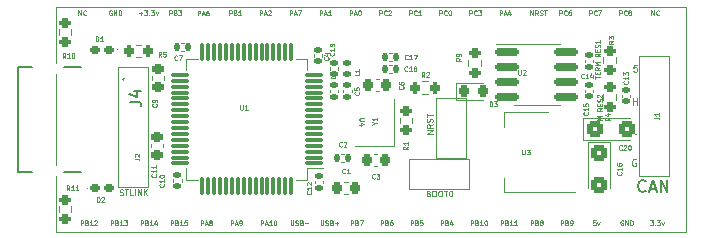
<source format=gto>
G04 #@! TF.GenerationSoftware,KiCad,Pcbnew,(6.0.7-1)-1*
G04 #@! TF.CreationDate,2022-09-05T08:39:56-04:00*
G04 #@! TF.ProjectId,F405_pill,46343035-5f70-4696-9c6c-2e6b69636164,rev?*
G04 #@! TF.SameCoordinates,Original*
G04 #@! TF.FileFunction,Legend,Top*
G04 #@! TF.FilePolarity,Positive*
%FSLAX46Y46*%
G04 Gerber Fmt 4.6, Leading zero omitted, Abs format (unit mm)*
G04 Created by KiCad (PCBNEW (6.0.7-1)-1) date 2022-09-05 08:39:56*
%MOMM*%
%LPD*%
G01*
G04 APERTURE LIST*
G04 Aperture macros list*
%AMRoundRect*
0 Rectangle with rounded corners*
0 $1 Rounding radius*
0 $2 $3 $4 $5 $6 $7 $8 $9 X,Y pos of 4 corners*
0 Add a 4 corners polygon primitive as box body*
4,1,4,$2,$3,$4,$5,$6,$7,$8,$9,$2,$3,0*
0 Add four circle primitives for the rounded corners*
1,1,$1+$1,$2,$3*
1,1,$1+$1,$4,$5*
1,1,$1+$1,$6,$7*
1,1,$1+$1,$8,$9*
0 Add four rect primitives between the rounded corners*
20,1,$1+$1,$2,$3,$4,$5,0*
20,1,$1+$1,$4,$5,$6,$7,0*
20,1,$1+$1,$6,$7,$8,$9,0*
20,1,$1+$1,$8,$9,$2,$3,0*%
G04 Aperture macros list end*
%ADD10C,0.060000*%
%ADD11C,0.080000*%
%ADD12C,0.150000*%
%ADD13C,0.090000*%
%ADD14C,0.100000*%
%ADD15C,0.070000*%
%ADD16C,0.120000*%
%ADD17C,0.127000*%
%ADD18C,0.200000*%
%ADD19RoundRect,0.225000X0.250000X-0.225000X0.250000X0.225000X-0.250000X0.225000X-0.250000X-0.225000X0*%
%ADD20RoundRect,0.225000X-0.250000X0.225000X-0.250000X-0.225000X0.250000X-0.225000X0.250000X0.225000X0*%
%ADD21RoundRect,0.140000X-0.170000X0.140000X-0.170000X-0.140000X0.170000X-0.140000X0.170000X0.140000X0*%
%ADD22RoundRect,0.140000X0.140000X0.170000X-0.140000X0.170000X-0.140000X-0.170000X0.140000X-0.170000X0*%
%ADD23RoundRect,0.200000X-0.275000X0.200000X-0.275000X-0.200000X0.275000X-0.200000X0.275000X0.200000X0*%
%ADD24R,2.000000X1.500000*%
%ADD25R,2.000000X3.800000*%
%ADD26C,1.524000*%
%ADD27R,1.200000X1.400000*%
%ADD28RoundRect,0.200000X0.275000X-0.200000X0.275000X0.200000X-0.275000X0.200000X-0.275000X-0.200000X0*%
%ADD29RoundRect,0.140000X0.170000X-0.140000X0.170000X0.140000X-0.170000X0.140000X-0.170000X-0.140000X0*%
%ADD30RoundRect,0.225000X-0.225000X-0.250000X0.225000X-0.250000X0.225000X0.250000X-0.225000X0.250000X0*%
%ADD31RoundRect,0.140000X-0.140000X-0.170000X0.140000X-0.170000X0.140000X0.170000X-0.140000X0.170000X0*%
%ADD32RoundRect,0.250000X-0.450000X-0.425000X0.450000X-0.425000X0.450000X0.425000X-0.450000X0.425000X0*%
%ADD33RoundRect,0.160000X0.222500X0.160000X-0.222500X0.160000X-0.222500X-0.160000X0.222500X-0.160000X0*%
%ADD34RoundRect,0.075000X0.700000X0.075000X-0.700000X0.075000X-0.700000X-0.075000X0.700000X-0.075000X0*%
%ADD35RoundRect,0.075000X0.075000X0.700000X-0.075000X0.700000X-0.075000X-0.700000X0.075000X-0.700000X0*%
%ADD36RoundRect,0.218750X-0.218750X-0.256250X0.218750X-0.256250X0.218750X0.256250X-0.218750X0.256250X0*%
%ADD37RoundRect,0.225000X0.225000X0.250000X-0.225000X0.250000X-0.225000X-0.250000X0.225000X-0.250000X0*%
%ADD38RoundRect,0.147500X-0.172500X0.147500X-0.172500X-0.147500X0.172500X-0.147500X0.172500X0.147500X0*%
%ADD39RoundRect,0.250000X-0.425000X0.450000X-0.425000X-0.450000X0.425000X-0.450000X0.425000X0.450000X0*%
%ADD40RoundRect,0.150000X-0.825000X-0.150000X0.825000X-0.150000X0.825000X0.150000X-0.825000X0.150000X0*%
%ADD41RoundRect,0.200000X0.200000X0.275000X-0.200000X0.275000X-0.200000X-0.275000X0.200000X-0.275000X0*%
%ADD42C,0.700000*%
%ADD43R,1.450000X0.600000*%
%ADD44R,1.450000X0.300000*%
%ADD45O,2.100000X1.050000*%
%ADD46RoundRect,0.160000X-0.222500X-0.160000X0.222500X-0.160000X0.222500X0.160000X-0.222500X0.160000X0*%
G04 APERTURE END LIST*
D10*
X128912238Y-93652952D02*
X128912238Y-93252952D01*
X129064619Y-93252952D01*
X129102714Y-93272000D01*
X129121761Y-93291047D01*
X129140809Y-93329142D01*
X129140809Y-93386285D01*
X129121761Y-93424380D01*
X129102714Y-93443428D01*
X129064619Y-93462476D01*
X128912238Y-93462476D01*
X129445571Y-93443428D02*
X129502714Y-93462476D01*
X129521761Y-93481523D01*
X129540809Y-93519619D01*
X129540809Y-93576761D01*
X129521761Y-93614857D01*
X129502714Y-93633904D01*
X129464619Y-93652952D01*
X129312238Y-93652952D01*
X129312238Y-93252952D01*
X129445571Y-93252952D01*
X129483666Y-93272000D01*
X129502714Y-93291047D01*
X129521761Y-93329142D01*
X129521761Y-93367238D01*
X129502714Y-93405333D01*
X129483666Y-93424380D01*
X129445571Y-93443428D01*
X129312238Y-93443428D01*
X129883666Y-93386285D02*
X129883666Y-93652952D01*
X129788428Y-93233904D02*
X129693190Y-93519619D01*
X129940809Y-93519619D01*
X118752238Y-93252952D02*
X118752238Y-93576761D01*
X118771285Y-93614857D01*
X118790333Y-93633904D01*
X118828428Y-93652952D01*
X118904619Y-93652952D01*
X118942714Y-93633904D01*
X118961761Y-93614857D01*
X118980809Y-93576761D01*
X118980809Y-93252952D01*
X119152238Y-93633904D02*
X119209380Y-93652952D01*
X119304619Y-93652952D01*
X119342714Y-93633904D01*
X119361761Y-93614857D01*
X119380809Y-93576761D01*
X119380809Y-93538666D01*
X119361761Y-93500571D01*
X119342714Y-93481523D01*
X119304619Y-93462476D01*
X119228428Y-93443428D01*
X119190333Y-93424380D01*
X119171285Y-93405333D01*
X119152238Y-93367238D01*
X119152238Y-93329142D01*
X119171285Y-93291047D01*
X119190333Y-93272000D01*
X119228428Y-93252952D01*
X119323666Y-93252952D01*
X119380809Y-93272000D01*
X119685571Y-93443428D02*
X119742714Y-93462476D01*
X119761761Y-93481523D01*
X119780809Y-93519619D01*
X119780809Y-93576761D01*
X119761761Y-93614857D01*
X119742714Y-93633904D01*
X119704619Y-93652952D01*
X119552238Y-93652952D01*
X119552238Y-93252952D01*
X119685571Y-93252952D01*
X119723666Y-93272000D01*
X119742714Y-93291047D01*
X119761761Y-93329142D01*
X119761761Y-93367238D01*
X119742714Y-93405333D01*
X119723666Y-93424380D01*
X119685571Y-93443428D01*
X119552238Y-93443428D01*
X119952238Y-93500571D02*
X120257000Y-93500571D01*
X120104619Y-93652952D02*
X120104619Y-93348190D01*
X113672238Y-93652952D02*
X113672238Y-93252952D01*
X113824619Y-93252952D01*
X113862714Y-93272000D01*
X113881761Y-93291047D01*
X113900809Y-93329142D01*
X113900809Y-93386285D01*
X113881761Y-93424380D01*
X113862714Y-93443428D01*
X113824619Y-93462476D01*
X113672238Y-93462476D01*
X114053190Y-93538666D02*
X114243666Y-93538666D01*
X114015095Y-93652952D02*
X114148428Y-93252952D01*
X114281761Y-93652952D01*
X114624619Y-93652952D02*
X114396047Y-93652952D01*
X114510333Y-93652952D02*
X114510333Y-93252952D01*
X114472238Y-93310095D01*
X114434142Y-93348190D01*
X114396047Y-93367238D01*
X114872238Y-93252952D02*
X114910333Y-93252952D01*
X114948428Y-93272000D01*
X114967476Y-93291047D01*
X114986523Y-93329142D01*
X115005571Y-93405333D01*
X115005571Y-93500571D01*
X114986523Y-93576761D01*
X114967476Y-93614857D01*
X114948428Y-93633904D01*
X114910333Y-93652952D01*
X114872238Y-93652952D01*
X114834142Y-93633904D01*
X114815095Y-93614857D01*
X114796047Y-93576761D01*
X114777000Y-93500571D01*
X114777000Y-93405333D01*
X114796047Y-93329142D01*
X114815095Y-93291047D01*
X114834142Y-93272000D01*
X114872238Y-93252952D01*
X146654142Y-93252952D02*
X146901761Y-93252952D01*
X146768428Y-93405333D01*
X146825571Y-93405333D01*
X146863666Y-93424380D01*
X146882714Y-93443428D01*
X146901761Y-93481523D01*
X146901761Y-93576761D01*
X146882714Y-93614857D01*
X146863666Y-93633904D01*
X146825571Y-93652952D01*
X146711285Y-93652952D01*
X146673190Y-93633904D01*
X146654142Y-93614857D01*
X147073190Y-93614857D02*
X147092238Y-93633904D01*
X147073190Y-93652952D01*
X147054142Y-93633904D01*
X147073190Y-93614857D01*
X147073190Y-93652952D01*
X147225571Y-93252952D02*
X147473190Y-93252952D01*
X147339857Y-93405333D01*
X147397000Y-93405333D01*
X147435095Y-93424380D01*
X147454142Y-93443428D01*
X147473190Y-93481523D01*
X147473190Y-93576761D01*
X147454142Y-93614857D01*
X147435095Y-93633904D01*
X147397000Y-93652952D01*
X147282714Y-93652952D01*
X147244619Y-93633904D01*
X147225571Y-93614857D01*
X147606523Y-93386285D02*
X147701761Y-93652952D01*
X147797000Y-93386285D01*
X103512238Y-93652952D02*
X103512238Y-93252952D01*
X103664619Y-93252952D01*
X103702714Y-93272000D01*
X103721761Y-93291047D01*
X103740809Y-93329142D01*
X103740809Y-93386285D01*
X103721761Y-93424380D01*
X103702714Y-93443428D01*
X103664619Y-93462476D01*
X103512238Y-93462476D01*
X104045571Y-93443428D02*
X104102714Y-93462476D01*
X104121761Y-93481523D01*
X104140809Y-93519619D01*
X104140809Y-93576761D01*
X104121761Y-93614857D01*
X104102714Y-93633904D01*
X104064619Y-93652952D01*
X103912238Y-93652952D01*
X103912238Y-93252952D01*
X104045571Y-93252952D01*
X104083666Y-93272000D01*
X104102714Y-93291047D01*
X104121761Y-93329142D01*
X104121761Y-93367238D01*
X104102714Y-93405333D01*
X104083666Y-93424380D01*
X104045571Y-93443428D01*
X103912238Y-93443428D01*
X104521761Y-93652952D02*
X104293190Y-93652952D01*
X104407476Y-93652952D02*
X104407476Y-93252952D01*
X104369380Y-93310095D01*
X104331285Y-93348190D01*
X104293190Y-93367238D01*
X104864619Y-93386285D02*
X104864619Y-93652952D01*
X104769380Y-93233904D02*
X104674142Y-93519619D01*
X104921761Y-93519619D01*
X113579333Y-75872952D02*
X113579333Y-75472952D01*
X113731714Y-75472952D01*
X113769809Y-75492000D01*
X113788857Y-75511047D01*
X113807904Y-75549142D01*
X113807904Y-75606285D01*
X113788857Y-75644380D01*
X113769809Y-75663428D01*
X113731714Y-75682476D01*
X113579333Y-75682476D01*
X113960285Y-75758666D02*
X114150761Y-75758666D01*
X113922190Y-75872952D02*
X114055523Y-75472952D01*
X114188857Y-75872952D01*
X114303142Y-75511047D02*
X114322190Y-75492000D01*
X114360285Y-75472952D01*
X114455523Y-75472952D01*
X114493619Y-75492000D01*
X114512666Y-75511047D01*
X114531714Y-75549142D01*
X114531714Y-75587238D01*
X114512666Y-75644380D01*
X114284095Y-75872952D01*
X114531714Y-75872952D01*
X136502857Y-75872952D02*
X136502857Y-75472952D01*
X136731428Y-75872952D01*
X136731428Y-75472952D01*
X137150476Y-75872952D02*
X137017142Y-75682476D01*
X136921904Y-75872952D02*
X136921904Y-75472952D01*
X137074285Y-75472952D01*
X137112380Y-75492000D01*
X137131428Y-75511047D01*
X137150476Y-75549142D01*
X137150476Y-75606285D01*
X137131428Y-75644380D01*
X137112380Y-75663428D01*
X137074285Y-75682476D01*
X136921904Y-75682476D01*
X137302857Y-75853904D02*
X137360000Y-75872952D01*
X137455238Y-75872952D01*
X137493333Y-75853904D01*
X137512380Y-75834857D01*
X137531428Y-75796761D01*
X137531428Y-75758666D01*
X137512380Y-75720571D01*
X137493333Y-75701523D01*
X137455238Y-75682476D01*
X137379047Y-75663428D01*
X137340952Y-75644380D01*
X137321904Y-75625333D01*
X137302857Y-75587238D01*
X137302857Y-75549142D01*
X137321904Y-75511047D01*
X137340952Y-75492000D01*
X137379047Y-75472952D01*
X137474285Y-75472952D01*
X137531428Y-75492000D01*
X137645714Y-75472952D02*
X137874285Y-75472952D01*
X137760000Y-75872952D02*
X137760000Y-75472952D01*
X103359047Y-75720571D02*
X103663809Y-75720571D01*
X103511428Y-75872952D02*
X103511428Y-75568190D01*
X103816190Y-75472952D02*
X104063809Y-75472952D01*
X103930476Y-75625333D01*
X103987619Y-75625333D01*
X104025714Y-75644380D01*
X104044761Y-75663428D01*
X104063809Y-75701523D01*
X104063809Y-75796761D01*
X104044761Y-75834857D01*
X104025714Y-75853904D01*
X103987619Y-75872952D01*
X103873333Y-75872952D01*
X103835238Y-75853904D01*
X103816190Y-75834857D01*
X104235238Y-75834857D02*
X104254285Y-75853904D01*
X104235238Y-75872952D01*
X104216190Y-75853904D01*
X104235238Y-75834857D01*
X104235238Y-75872952D01*
X104387619Y-75472952D02*
X104635238Y-75472952D01*
X104501904Y-75625333D01*
X104559047Y-75625333D01*
X104597142Y-75644380D01*
X104616190Y-75663428D01*
X104635238Y-75701523D01*
X104635238Y-75796761D01*
X104616190Y-75834857D01*
X104597142Y-75853904D01*
X104559047Y-75872952D01*
X104444761Y-75872952D01*
X104406666Y-75853904D01*
X104387619Y-75834857D01*
X104768571Y-75606285D02*
X104863809Y-75872952D01*
X104959047Y-75606285D01*
X98432238Y-93652952D02*
X98432238Y-93252952D01*
X98584619Y-93252952D01*
X98622714Y-93272000D01*
X98641761Y-93291047D01*
X98660809Y-93329142D01*
X98660809Y-93386285D01*
X98641761Y-93424380D01*
X98622714Y-93443428D01*
X98584619Y-93462476D01*
X98432238Y-93462476D01*
X98965571Y-93443428D02*
X99022714Y-93462476D01*
X99041761Y-93481523D01*
X99060809Y-93519619D01*
X99060809Y-93576761D01*
X99041761Y-93614857D01*
X99022714Y-93633904D01*
X98984619Y-93652952D01*
X98832238Y-93652952D01*
X98832238Y-93252952D01*
X98965571Y-93252952D01*
X99003666Y-93272000D01*
X99022714Y-93291047D01*
X99041761Y-93329142D01*
X99041761Y-93367238D01*
X99022714Y-93405333D01*
X99003666Y-93424380D01*
X98965571Y-93443428D01*
X98832238Y-93443428D01*
X99441761Y-93652952D02*
X99213190Y-93652952D01*
X99327476Y-93652952D02*
X99327476Y-93252952D01*
X99289380Y-93310095D01*
X99251285Y-93348190D01*
X99213190Y-93367238D01*
X99594142Y-93291047D02*
X99613190Y-93272000D01*
X99651285Y-93252952D01*
X99746523Y-93252952D01*
X99784619Y-93272000D01*
X99803666Y-93291047D01*
X99822714Y-93329142D01*
X99822714Y-93367238D01*
X99803666Y-93424380D01*
X99575095Y-93652952D01*
X99822714Y-93652952D01*
D11*
X145530857Y-80063428D02*
X145245142Y-80063428D01*
X145216571Y-80349142D01*
X145245142Y-80320571D01*
X145302285Y-80292000D01*
X145445142Y-80292000D01*
X145502285Y-80320571D01*
X145530857Y-80349142D01*
X145559428Y-80406285D01*
X145559428Y-80549142D01*
X145530857Y-80606285D01*
X145502285Y-80634857D01*
X145445142Y-80663428D01*
X145302285Y-80663428D01*
X145245142Y-80634857D01*
X145216571Y-80606285D01*
D12*
X146257142Y-90757142D02*
X146209523Y-90804761D01*
X146066666Y-90852380D01*
X145971428Y-90852380D01*
X145828571Y-90804761D01*
X145733333Y-90709523D01*
X145685714Y-90614285D01*
X145638095Y-90423809D01*
X145638095Y-90280952D01*
X145685714Y-90090476D01*
X145733333Y-89995238D01*
X145828571Y-89900000D01*
X145971428Y-89852380D01*
X146066666Y-89852380D01*
X146209523Y-89900000D01*
X146257142Y-89947619D01*
X146638095Y-90566666D02*
X147114285Y-90566666D01*
X146542857Y-90852380D02*
X146876190Y-89852380D01*
X147209523Y-90852380D01*
X147542857Y-90852380D02*
X147542857Y-89852380D01*
X148114285Y-90852380D01*
X148114285Y-89852380D01*
D13*
X128226190Y-85921428D02*
X127726190Y-85921428D01*
X128226190Y-85635714D01*
X127726190Y-85635714D01*
X128226190Y-85111904D02*
X127988095Y-85278571D01*
X128226190Y-85397619D02*
X127726190Y-85397619D01*
X127726190Y-85207142D01*
X127750000Y-85159523D01*
X127773809Y-85135714D01*
X127821428Y-85111904D01*
X127892857Y-85111904D01*
X127940476Y-85135714D01*
X127964285Y-85159523D01*
X127988095Y-85207142D01*
X127988095Y-85397619D01*
X128202380Y-84921428D02*
X128226190Y-84850000D01*
X128226190Y-84730952D01*
X128202380Y-84683333D01*
X128178571Y-84659523D01*
X128130952Y-84635714D01*
X128083333Y-84635714D01*
X128035714Y-84659523D01*
X128011904Y-84683333D01*
X127988095Y-84730952D01*
X127964285Y-84826190D01*
X127940476Y-84873809D01*
X127916666Y-84897619D01*
X127869047Y-84921428D01*
X127821428Y-84921428D01*
X127773809Y-84897619D01*
X127750000Y-84873809D01*
X127726190Y-84826190D01*
X127726190Y-84707142D01*
X127750000Y-84635714D01*
X127726190Y-84492857D02*
X127726190Y-84207142D01*
X128226190Y-84350000D02*
X127726190Y-84350000D01*
X127883333Y-90964285D02*
X127954761Y-90988095D01*
X127978571Y-91011904D01*
X128002380Y-91059523D01*
X128002380Y-91130952D01*
X127978571Y-91178571D01*
X127954761Y-91202380D01*
X127907142Y-91226190D01*
X127716666Y-91226190D01*
X127716666Y-90726190D01*
X127883333Y-90726190D01*
X127930952Y-90750000D01*
X127954761Y-90773809D01*
X127978571Y-90821428D01*
X127978571Y-90869047D01*
X127954761Y-90916666D01*
X127930952Y-90940476D01*
X127883333Y-90964285D01*
X127716666Y-90964285D01*
X128311904Y-90726190D02*
X128407142Y-90726190D01*
X128454761Y-90750000D01*
X128502380Y-90797619D01*
X128526190Y-90892857D01*
X128526190Y-91059523D01*
X128502380Y-91154761D01*
X128454761Y-91202380D01*
X128407142Y-91226190D01*
X128311904Y-91226190D01*
X128264285Y-91202380D01*
X128216666Y-91154761D01*
X128192857Y-91059523D01*
X128192857Y-90892857D01*
X128216666Y-90797619D01*
X128264285Y-90750000D01*
X128311904Y-90726190D01*
X128835714Y-90726190D02*
X128930952Y-90726190D01*
X128978571Y-90750000D01*
X129026190Y-90797619D01*
X129050000Y-90892857D01*
X129050000Y-91059523D01*
X129026190Y-91154761D01*
X128978571Y-91202380D01*
X128930952Y-91226190D01*
X128835714Y-91226190D01*
X128788095Y-91202380D01*
X128740476Y-91154761D01*
X128716666Y-91059523D01*
X128716666Y-90892857D01*
X128740476Y-90797619D01*
X128788095Y-90750000D01*
X128835714Y-90726190D01*
X129192857Y-90726190D02*
X129478571Y-90726190D01*
X129335714Y-91226190D02*
X129335714Y-90726190D01*
X129740476Y-90726190D02*
X129788095Y-90726190D01*
X129835714Y-90750000D01*
X129859523Y-90773809D01*
X129883333Y-90821428D01*
X129907142Y-90916666D01*
X129907142Y-91035714D01*
X129883333Y-91130952D01*
X129859523Y-91178571D01*
X129835714Y-91202380D01*
X129788095Y-91226190D01*
X129740476Y-91226190D01*
X129692857Y-91202380D01*
X129669047Y-91178571D01*
X129645238Y-91130952D01*
X129621428Y-91035714D01*
X129621428Y-90916666D01*
X129645238Y-90821428D01*
X129669047Y-90773809D01*
X129692857Y-90750000D01*
X129740476Y-90726190D01*
D10*
X121292238Y-93652952D02*
X121292238Y-93252952D01*
X121444619Y-93252952D01*
X121482714Y-93272000D01*
X121501761Y-93291047D01*
X121520809Y-93329142D01*
X121520809Y-93386285D01*
X121501761Y-93424380D01*
X121482714Y-93443428D01*
X121444619Y-93462476D01*
X121292238Y-93462476D01*
X121825571Y-93443428D02*
X121882714Y-93462476D01*
X121901761Y-93481523D01*
X121920809Y-93519619D01*
X121920809Y-93576761D01*
X121901761Y-93614857D01*
X121882714Y-93633904D01*
X121844619Y-93652952D01*
X121692238Y-93652952D01*
X121692238Y-93252952D01*
X121825571Y-93252952D01*
X121863666Y-93272000D01*
X121882714Y-93291047D01*
X121901761Y-93329142D01*
X121901761Y-93367238D01*
X121882714Y-93405333D01*
X121863666Y-93424380D01*
X121825571Y-93443428D01*
X121692238Y-93443428D01*
X122054142Y-93252952D02*
X122320809Y-93252952D01*
X122149380Y-93652952D01*
X101041238Y-75492000D02*
X101003142Y-75472952D01*
X100946000Y-75472952D01*
X100888857Y-75492000D01*
X100850761Y-75530095D01*
X100831714Y-75568190D01*
X100812666Y-75644380D01*
X100812666Y-75701523D01*
X100831714Y-75777714D01*
X100850761Y-75815809D01*
X100888857Y-75853904D01*
X100946000Y-75872952D01*
X100984095Y-75872952D01*
X101041238Y-75853904D01*
X101060285Y-75834857D01*
X101060285Y-75701523D01*
X100984095Y-75701523D01*
X101231714Y-75872952D02*
X101231714Y-75472952D01*
X101460285Y-75872952D01*
X101460285Y-75472952D01*
X101650761Y-75872952D02*
X101650761Y-75472952D01*
X101746000Y-75472952D01*
X101803142Y-75492000D01*
X101841238Y-75530095D01*
X101860285Y-75568190D01*
X101879333Y-75644380D01*
X101879333Y-75701523D01*
X101860285Y-75777714D01*
X101841238Y-75815809D01*
X101803142Y-75853904D01*
X101746000Y-75872952D01*
X101650761Y-75872952D01*
D11*
X145216571Y-83463428D02*
X145216571Y-82863428D01*
X145216571Y-83149142D02*
X145559428Y-83149142D01*
X145559428Y-83463428D02*
X145559428Y-82863428D01*
D10*
X128790761Y-75872952D02*
X128790761Y-75472952D01*
X128943142Y-75472952D01*
X128981238Y-75492000D01*
X129000285Y-75511047D01*
X129019333Y-75549142D01*
X129019333Y-75606285D01*
X129000285Y-75644380D01*
X128981238Y-75663428D01*
X128943142Y-75682476D01*
X128790761Y-75682476D01*
X129419333Y-75834857D02*
X129400285Y-75853904D01*
X129343142Y-75872952D01*
X129305047Y-75872952D01*
X129247904Y-75853904D01*
X129209809Y-75815809D01*
X129190761Y-75777714D01*
X129171714Y-75701523D01*
X129171714Y-75644380D01*
X129190761Y-75568190D01*
X129209809Y-75530095D01*
X129247904Y-75492000D01*
X129305047Y-75472952D01*
X129343142Y-75472952D01*
X129400285Y-75492000D01*
X129419333Y-75511047D01*
X129666952Y-75472952D02*
X129705047Y-75472952D01*
X129743142Y-75492000D01*
X129762190Y-75511047D01*
X129781238Y-75549142D01*
X129800285Y-75625333D01*
X129800285Y-75720571D01*
X129781238Y-75796761D01*
X129762190Y-75834857D01*
X129743142Y-75853904D01*
X129705047Y-75872952D01*
X129666952Y-75872952D01*
X129628857Y-75853904D01*
X129609809Y-75834857D01*
X129590761Y-75796761D01*
X129571714Y-75720571D01*
X129571714Y-75625333D01*
X129590761Y-75549142D01*
X129609809Y-75511047D01*
X129628857Y-75492000D01*
X129666952Y-75472952D01*
D14*
X142180952Y-85838095D02*
X142180952Y-85609523D01*
X142580952Y-85723809D02*
X142180952Y-85723809D01*
X142371428Y-85476190D02*
X142371428Y-85342857D01*
X142580952Y-85285714D02*
X142580952Y-85476190D01*
X142180952Y-85476190D01*
X142180952Y-85285714D01*
X142580952Y-84885714D02*
X142390476Y-85019047D01*
X142580952Y-85114285D02*
X142180952Y-85114285D01*
X142180952Y-84961904D01*
X142200000Y-84923809D01*
X142219047Y-84904761D01*
X142257142Y-84885714D01*
X142314285Y-84885714D01*
X142352380Y-84904761D01*
X142371428Y-84923809D01*
X142390476Y-84961904D01*
X142390476Y-85114285D01*
X142580952Y-84714285D02*
X142180952Y-84714285D01*
X142466666Y-84580952D01*
X142180952Y-84447619D01*
X142580952Y-84447619D01*
X142580952Y-83723809D02*
X142390476Y-83857142D01*
X142580952Y-83952380D02*
X142180952Y-83952380D01*
X142180952Y-83800000D01*
X142200000Y-83761904D01*
X142219047Y-83742857D01*
X142257142Y-83723809D01*
X142314285Y-83723809D01*
X142352380Y-83742857D01*
X142371428Y-83761904D01*
X142390476Y-83800000D01*
X142390476Y-83952380D01*
X142371428Y-83552380D02*
X142371428Y-83419047D01*
X142580952Y-83361904D02*
X142580952Y-83552380D01*
X142180952Y-83552380D01*
X142180952Y-83361904D01*
X142561904Y-83209523D02*
X142580952Y-83152380D01*
X142580952Y-83057142D01*
X142561904Y-83019047D01*
X142542857Y-83000000D01*
X142504761Y-82980952D01*
X142466666Y-82980952D01*
X142428571Y-83000000D01*
X142409523Y-83019047D01*
X142390476Y-83057142D01*
X142371428Y-83133333D01*
X142352380Y-83171428D01*
X142333333Y-83190476D01*
X142295238Y-83209523D01*
X142257142Y-83209523D01*
X142219047Y-83190476D01*
X142200000Y-83171428D01*
X142180952Y-83133333D01*
X142180952Y-83038095D01*
X142200000Y-82980952D01*
X142219047Y-82828571D02*
X142200000Y-82809523D01*
X142180952Y-82771428D01*
X142180952Y-82676190D01*
X142200000Y-82638095D01*
X142219047Y-82619047D01*
X142257142Y-82600000D01*
X142295238Y-82600000D01*
X142352380Y-82619047D01*
X142580952Y-82847619D01*
X142580952Y-82600000D01*
D10*
X142024714Y-93252952D02*
X141834238Y-93252952D01*
X141815190Y-93443428D01*
X141834238Y-93424380D01*
X141872333Y-93405333D01*
X141967571Y-93405333D01*
X142005666Y-93424380D01*
X142024714Y-93443428D01*
X142043761Y-93481523D01*
X142043761Y-93576761D01*
X142024714Y-93614857D01*
X142005666Y-93633904D01*
X141967571Y-93652952D01*
X141872333Y-93652952D01*
X141834238Y-93633904D01*
X141815190Y-93614857D01*
X142177095Y-93386285D02*
X142272333Y-93652952D01*
X142367571Y-93386285D01*
X136532238Y-93652952D02*
X136532238Y-93252952D01*
X136684619Y-93252952D01*
X136722714Y-93272000D01*
X136741761Y-93291047D01*
X136760809Y-93329142D01*
X136760809Y-93386285D01*
X136741761Y-93424380D01*
X136722714Y-93443428D01*
X136684619Y-93462476D01*
X136532238Y-93462476D01*
X137065571Y-93443428D02*
X137122714Y-93462476D01*
X137141761Y-93481523D01*
X137160809Y-93519619D01*
X137160809Y-93576761D01*
X137141761Y-93614857D01*
X137122714Y-93633904D01*
X137084619Y-93652952D01*
X136932238Y-93652952D01*
X136932238Y-93252952D01*
X137065571Y-93252952D01*
X137103666Y-93272000D01*
X137122714Y-93291047D01*
X137141761Y-93329142D01*
X137141761Y-93367238D01*
X137122714Y-93405333D01*
X137103666Y-93424380D01*
X137065571Y-93443428D01*
X136932238Y-93443428D01*
X137389380Y-93424380D02*
X137351285Y-93405333D01*
X137332238Y-93386285D01*
X137313190Y-93348190D01*
X137313190Y-93329142D01*
X137332238Y-93291047D01*
X137351285Y-93272000D01*
X137389380Y-93252952D01*
X137465571Y-93252952D01*
X137503666Y-93272000D01*
X137522714Y-93291047D01*
X137541761Y-93329142D01*
X137541761Y-93348190D01*
X137522714Y-93386285D01*
X137503666Y-93405333D01*
X137465571Y-93424380D01*
X137389380Y-93424380D01*
X137351285Y-93443428D01*
X137332238Y-93462476D01*
X137313190Y-93500571D01*
X137313190Y-93576761D01*
X137332238Y-93614857D01*
X137351285Y-93633904D01*
X137389380Y-93652952D01*
X137465571Y-93652952D01*
X137503666Y-93633904D01*
X137522714Y-93614857D01*
X137541761Y-93576761D01*
X137541761Y-93500571D01*
X137522714Y-93462476D01*
X137503666Y-93443428D01*
X137465571Y-93424380D01*
X139072238Y-93652952D02*
X139072238Y-93252952D01*
X139224619Y-93252952D01*
X139262714Y-93272000D01*
X139281761Y-93291047D01*
X139300809Y-93329142D01*
X139300809Y-93386285D01*
X139281761Y-93424380D01*
X139262714Y-93443428D01*
X139224619Y-93462476D01*
X139072238Y-93462476D01*
X139605571Y-93443428D02*
X139662714Y-93462476D01*
X139681761Y-93481523D01*
X139700809Y-93519619D01*
X139700809Y-93576761D01*
X139681761Y-93614857D01*
X139662714Y-93633904D01*
X139624619Y-93652952D01*
X139472238Y-93652952D01*
X139472238Y-93252952D01*
X139605571Y-93252952D01*
X139643666Y-93272000D01*
X139662714Y-93291047D01*
X139681761Y-93329142D01*
X139681761Y-93367238D01*
X139662714Y-93405333D01*
X139643666Y-93424380D01*
X139605571Y-93443428D01*
X139472238Y-93443428D01*
X139891285Y-93652952D02*
X139967476Y-93652952D01*
X140005571Y-93633904D01*
X140024619Y-93614857D01*
X140062714Y-93557714D01*
X140081761Y-93481523D01*
X140081761Y-93329142D01*
X140062714Y-93291047D01*
X140043666Y-93272000D01*
X140005571Y-93252952D01*
X139929380Y-93252952D01*
X139891285Y-93272000D01*
X139872238Y-93291047D01*
X139853190Y-93329142D01*
X139853190Y-93424380D01*
X139872238Y-93462476D01*
X139891285Y-93481523D01*
X139929380Y-93500571D01*
X140005571Y-93500571D01*
X140043666Y-93481523D01*
X140062714Y-93462476D01*
X140081761Y-93424380D01*
X123832238Y-93652952D02*
X123832238Y-93252952D01*
X123984619Y-93252952D01*
X124022714Y-93272000D01*
X124041761Y-93291047D01*
X124060809Y-93329142D01*
X124060809Y-93386285D01*
X124041761Y-93424380D01*
X124022714Y-93443428D01*
X123984619Y-93462476D01*
X123832238Y-93462476D01*
X124365571Y-93443428D02*
X124422714Y-93462476D01*
X124441761Y-93481523D01*
X124460809Y-93519619D01*
X124460809Y-93576761D01*
X124441761Y-93614857D01*
X124422714Y-93633904D01*
X124384619Y-93652952D01*
X124232238Y-93652952D01*
X124232238Y-93252952D01*
X124365571Y-93252952D01*
X124403666Y-93272000D01*
X124422714Y-93291047D01*
X124441761Y-93329142D01*
X124441761Y-93367238D01*
X124422714Y-93405333D01*
X124403666Y-93424380D01*
X124365571Y-93443428D01*
X124232238Y-93443428D01*
X124803666Y-93252952D02*
X124727476Y-93252952D01*
X124689380Y-93272000D01*
X124670333Y-93291047D01*
X124632238Y-93348190D01*
X124613190Y-93424380D01*
X124613190Y-93576761D01*
X124632238Y-93614857D01*
X124651285Y-93633904D01*
X124689380Y-93652952D01*
X124765571Y-93652952D01*
X124803666Y-93633904D01*
X124822714Y-93614857D01*
X124841761Y-93576761D01*
X124841761Y-93481523D01*
X124822714Y-93443428D01*
X124803666Y-93424380D01*
X124765571Y-93405333D01*
X124689380Y-93405333D01*
X124651285Y-93424380D01*
X124632238Y-93443428D01*
X124613190Y-93481523D01*
X100972238Y-93652952D02*
X100972238Y-93252952D01*
X101124619Y-93252952D01*
X101162714Y-93272000D01*
X101181761Y-93291047D01*
X101200809Y-93329142D01*
X101200809Y-93386285D01*
X101181761Y-93424380D01*
X101162714Y-93443428D01*
X101124619Y-93462476D01*
X100972238Y-93462476D01*
X101505571Y-93443428D02*
X101562714Y-93462476D01*
X101581761Y-93481523D01*
X101600809Y-93519619D01*
X101600809Y-93576761D01*
X101581761Y-93614857D01*
X101562714Y-93633904D01*
X101524619Y-93652952D01*
X101372238Y-93652952D01*
X101372238Y-93252952D01*
X101505571Y-93252952D01*
X101543666Y-93272000D01*
X101562714Y-93291047D01*
X101581761Y-93329142D01*
X101581761Y-93367238D01*
X101562714Y-93405333D01*
X101543666Y-93424380D01*
X101505571Y-93443428D01*
X101372238Y-93443428D01*
X101981761Y-93652952D02*
X101753190Y-93652952D01*
X101867476Y-93652952D02*
X101867476Y-93252952D01*
X101829380Y-93310095D01*
X101791285Y-93348190D01*
X101753190Y-93367238D01*
X102115095Y-93252952D02*
X102362714Y-93252952D01*
X102229380Y-93405333D01*
X102286523Y-93405333D01*
X102324619Y-93424380D01*
X102343666Y-93443428D01*
X102362714Y-93481523D01*
X102362714Y-93576761D01*
X102343666Y-93614857D01*
X102324619Y-93633904D01*
X102286523Y-93652952D01*
X102172238Y-93652952D01*
X102134142Y-93633904D01*
X102115095Y-93614857D01*
X141490761Y-75872952D02*
X141490761Y-75472952D01*
X141643142Y-75472952D01*
X141681238Y-75492000D01*
X141700285Y-75511047D01*
X141719333Y-75549142D01*
X141719333Y-75606285D01*
X141700285Y-75644380D01*
X141681238Y-75663428D01*
X141643142Y-75682476D01*
X141490761Y-75682476D01*
X142119333Y-75834857D02*
X142100285Y-75853904D01*
X142043142Y-75872952D01*
X142005047Y-75872952D01*
X141947904Y-75853904D01*
X141909809Y-75815809D01*
X141890761Y-75777714D01*
X141871714Y-75701523D01*
X141871714Y-75644380D01*
X141890761Y-75568190D01*
X141909809Y-75530095D01*
X141947904Y-75492000D01*
X142005047Y-75472952D01*
X142043142Y-75472952D01*
X142100285Y-75492000D01*
X142119333Y-75511047D01*
X142252666Y-75472952D02*
X142519333Y-75472952D01*
X142347904Y-75872952D01*
X121199333Y-75872952D02*
X121199333Y-75472952D01*
X121351714Y-75472952D01*
X121389809Y-75492000D01*
X121408857Y-75511047D01*
X121427904Y-75549142D01*
X121427904Y-75606285D01*
X121408857Y-75644380D01*
X121389809Y-75663428D01*
X121351714Y-75682476D01*
X121199333Y-75682476D01*
X121580285Y-75758666D02*
X121770761Y-75758666D01*
X121542190Y-75872952D02*
X121675523Y-75472952D01*
X121808857Y-75872952D01*
X122018380Y-75472952D02*
X122056476Y-75472952D01*
X122094571Y-75492000D01*
X122113619Y-75511047D01*
X122132666Y-75549142D01*
X122151714Y-75625333D01*
X122151714Y-75720571D01*
X122132666Y-75796761D01*
X122113619Y-75834857D01*
X122094571Y-75853904D01*
X122056476Y-75872952D01*
X122018380Y-75872952D01*
X121980285Y-75853904D01*
X121961238Y-75834857D01*
X121942190Y-75796761D01*
X121923142Y-75720571D01*
X121923142Y-75625333D01*
X121942190Y-75549142D01*
X121961238Y-75511047D01*
X121980285Y-75492000D01*
X122018380Y-75472952D01*
D11*
X145445142Y-88092000D02*
X145388000Y-88063428D01*
X145302285Y-88063428D01*
X145216571Y-88092000D01*
X145159428Y-88149142D01*
X145130857Y-88206285D01*
X145102285Y-88320571D01*
X145102285Y-88406285D01*
X145130857Y-88520571D01*
X145159428Y-88577714D01*
X145216571Y-88634857D01*
X145302285Y-88663428D01*
X145359428Y-88663428D01*
X145445142Y-88634857D01*
X145473714Y-88606285D01*
X145473714Y-88406285D01*
X145359428Y-88406285D01*
D10*
X131452238Y-93652952D02*
X131452238Y-93252952D01*
X131604619Y-93252952D01*
X131642714Y-93272000D01*
X131661761Y-93291047D01*
X131680809Y-93329142D01*
X131680809Y-93386285D01*
X131661761Y-93424380D01*
X131642714Y-93443428D01*
X131604619Y-93462476D01*
X131452238Y-93462476D01*
X131985571Y-93443428D02*
X132042714Y-93462476D01*
X132061761Y-93481523D01*
X132080809Y-93519619D01*
X132080809Y-93576761D01*
X132061761Y-93614857D01*
X132042714Y-93633904D01*
X132004619Y-93652952D01*
X131852238Y-93652952D01*
X131852238Y-93252952D01*
X131985571Y-93252952D01*
X132023666Y-93272000D01*
X132042714Y-93291047D01*
X132061761Y-93329142D01*
X132061761Y-93367238D01*
X132042714Y-93405333D01*
X132023666Y-93424380D01*
X131985571Y-93443428D01*
X131852238Y-93443428D01*
X132461761Y-93652952D02*
X132233190Y-93652952D01*
X132347476Y-93652952D02*
X132347476Y-93252952D01*
X132309380Y-93310095D01*
X132271285Y-93348190D01*
X132233190Y-93367238D01*
X132709380Y-93252952D02*
X132747476Y-93252952D01*
X132785571Y-93272000D01*
X132804619Y-93291047D01*
X132823666Y-93329142D01*
X132842714Y-93405333D01*
X132842714Y-93500571D01*
X132823666Y-93576761D01*
X132804619Y-93614857D01*
X132785571Y-93633904D01*
X132747476Y-93652952D01*
X132709380Y-93652952D01*
X132671285Y-93633904D01*
X132652238Y-93614857D01*
X132633190Y-93576761D01*
X132614142Y-93500571D01*
X132614142Y-93405333D01*
X132633190Y-93329142D01*
X132652238Y-93291047D01*
X132671285Y-93272000D01*
X132709380Y-93252952D01*
X133992238Y-93652952D02*
X133992238Y-93252952D01*
X134144619Y-93252952D01*
X134182714Y-93272000D01*
X134201761Y-93291047D01*
X134220809Y-93329142D01*
X134220809Y-93386285D01*
X134201761Y-93424380D01*
X134182714Y-93443428D01*
X134144619Y-93462476D01*
X133992238Y-93462476D01*
X134525571Y-93443428D02*
X134582714Y-93462476D01*
X134601761Y-93481523D01*
X134620809Y-93519619D01*
X134620809Y-93576761D01*
X134601761Y-93614857D01*
X134582714Y-93633904D01*
X134544619Y-93652952D01*
X134392238Y-93652952D01*
X134392238Y-93252952D01*
X134525571Y-93252952D01*
X134563666Y-93272000D01*
X134582714Y-93291047D01*
X134601761Y-93329142D01*
X134601761Y-93367238D01*
X134582714Y-93405333D01*
X134563666Y-93424380D01*
X134525571Y-93443428D01*
X134392238Y-93443428D01*
X135001761Y-93652952D02*
X134773190Y-93652952D01*
X134887476Y-93652952D02*
X134887476Y-93252952D01*
X134849380Y-93310095D01*
X134811285Y-93348190D01*
X134773190Y-93367238D01*
X135382714Y-93652952D02*
X135154142Y-93652952D01*
X135268428Y-93652952D02*
X135268428Y-93252952D01*
X135230333Y-93310095D01*
X135192238Y-93348190D01*
X135154142Y-93367238D01*
X111010761Y-75872952D02*
X111010761Y-75472952D01*
X111163142Y-75472952D01*
X111201238Y-75492000D01*
X111220285Y-75511047D01*
X111239333Y-75549142D01*
X111239333Y-75606285D01*
X111220285Y-75644380D01*
X111201238Y-75663428D01*
X111163142Y-75682476D01*
X111010761Y-75682476D01*
X111544095Y-75663428D02*
X111601238Y-75682476D01*
X111620285Y-75701523D01*
X111639333Y-75739619D01*
X111639333Y-75796761D01*
X111620285Y-75834857D01*
X111601238Y-75853904D01*
X111563142Y-75872952D01*
X111410761Y-75872952D01*
X111410761Y-75472952D01*
X111544095Y-75472952D01*
X111582190Y-75492000D01*
X111601238Y-75511047D01*
X111620285Y-75549142D01*
X111620285Y-75587238D01*
X111601238Y-75625333D01*
X111582190Y-75644380D01*
X111544095Y-75663428D01*
X111410761Y-75663428D01*
X112020285Y-75872952D02*
X111791714Y-75872952D01*
X111906000Y-75872952D02*
X111906000Y-75472952D01*
X111867904Y-75530095D01*
X111829809Y-75568190D01*
X111791714Y-75587238D01*
X108333333Y-75880952D02*
X108333333Y-75480952D01*
X108485714Y-75480952D01*
X108523809Y-75500000D01*
X108542857Y-75519047D01*
X108561904Y-75557142D01*
X108561904Y-75614285D01*
X108542857Y-75652380D01*
X108523809Y-75671428D01*
X108485714Y-75690476D01*
X108333333Y-75690476D01*
X108714285Y-75766666D02*
X108904761Y-75766666D01*
X108676190Y-75880952D02*
X108809523Y-75480952D01*
X108942857Y-75880952D01*
X109247619Y-75480952D02*
X109171428Y-75480952D01*
X109133333Y-75500000D01*
X109114285Y-75519047D01*
X109076190Y-75576190D01*
X109057142Y-75652380D01*
X109057142Y-75804761D01*
X109076190Y-75842857D01*
X109095238Y-75861904D01*
X109133333Y-75880952D01*
X109209523Y-75880952D01*
X109247619Y-75861904D01*
X109266666Y-75842857D01*
X109285714Y-75804761D01*
X109285714Y-75709523D01*
X109266666Y-75671428D01*
X109247619Y-75652380D01*
X109209523Y-75633333D01*
X109133333Y-75633333D01*
X109095238Y-75652380D01*
X109076190Y-75671428D01*
X109057142Y-75709523D01*
X123710761Y-75872952D02*
X123710761Y-75472952D01*
X123863142Y-75472952D01*
X123901238Y-75492000D01*
X123920285Y-75511047D01*
X123939333Y-75549142D01*
X123939333Y-75606285D01*
X123920285Y-75644380D01*
X123901238Y-75663428D01*
X123863142Y-75682476D01*
X123710761Y-75682476D01*
X124339333Y-75834857D02*
X124320285Y-75853904D01*
X124263142Y-75872952D01*
X124225047Y-75872952D01*
X124167904Y-75853904D01*
X124129809Y-75815809D01*
X124110761Y-75777714D01*
X124091714Y-75701523D01*
X124091714Y-75644380D01*
X124110761Y-75568190D01*
X124129809Y-75530095D01*
X124167904Y-75492000D01*
X124225047Y-75472952D01*
X124263142Y-75472952D01*
X124320285Y-75492000D01*
X124339333Y-75511047D01*
X124491714Y-75511047D02*
X124510761Y-75492000D01*
X124548857Y-75472952D01*
X124644095Y-75472952D01*
X124682190Y-75492000D01*
X124701238Y-75511047D01*
X124720285Y-75549142D01*
X124720285Y-75587238D01*
X124701238Y-75644380D01*
X124472666Y-75872952D01*
X124720285Y-75872952D01*
X133899333Y-75872952D02*
X133899333Y-75472952D01*
X134051714Y-75472952D01*
X134089809Y-75492000D01*
X134108857Y-75511047D01*
X134127904Y-75549142D01*
X134127904Y-75606285D01*
X134108857Y-75644380D01*
X134089809Y-75663428D01*
X134051714Y-75682476D01*
X133899333Y-75682476D01*
X134280285Y-75758666D02*
X134470761Y-75758666D01*
X134242190Y-75872952D02*
X134375523Y-75472952D01*
X134508857Y-75872952D01*
X134813619Y-75606285D02*
X134813619Y-75872952D01*
X134718380Y-75453904D02*
X134623142Y-75739619D01*
X134870761Y-75739619D01*
X116119333Y-75872952D02*
X116119333Y-75472952D01*
X116271714Y-75472952D01*
X116309809Y-75492000D01*
X116328857Y-75511047D01*
X116347904Y-75549142D01*
X116347904Y-75606285D01*
X116328857Y-75644380D01*
X116309809Y-75663428D01*
X116271714Y-75682476D01*
X116119333Y-75682476D01*
X116500285Y-75758666D02*
X116690761Y-75758666D01*
X116462190Y-75872952D02*
X116595523Y-75472952D01*
X116728857Y-75872952D01*
X116824095Y-75472952D02*
X117090761Y-75472952D01*
X116919333Y-75872952D01*
X144361761Y-93272000D02*
X144323666Y-93252952D01*
X144266523Y-93252952D01*
X144209380Y-93272000D01*
X144171285Y-93310095D01*
X144152238Y-93348190D01*
X144133190Y-93424380D01*
X144133190Y-93481523D01*
X144152238Y-93557714D01*
X144171285Y-93595809D01*
X144209380Y-93633904D01*
X144266523Y-93652952D01*
X144304619Y-93652952D01*
X144361761Y-93633904D01*
X144380809Y-93614857D01*
X144380809Y-93481523D01*
X144304619Y-93481523D01*
X144552238Y-93652952D02*
X144552238Y-93252952D01*
X144780809Y-93652952D01*
X144780809Y-93252952D01*
X144971285Y-93652952D02*
X144971285Y-93252952D01*
X145066523Y-93252952D01*
X145123666Y-93272000D01*
X145161761Y-93310095D01*
X145180809Y-93348190D01*
X145199857Y-93424380D01*
X145199857Y-93481523D01*
X145180809Y-93557714D01*
X145161761Y-93595809D01*
X145123666Y-93633904D01*
X145066523Y-93652952D01*
X144971285Y-93652952D01*
X111132238Y-93652952D02*
X111132238Y-93252952D01*
X111284619Y-93252952D01*
X111322714Y-93272000D01*
X111341761Y-93291047D01*
X111360809Y-93329142D01*
X111360809Y-93386285D01*
X111341761Y-93424380D01*
X111322714Y-93443428D01*
X111284619Y-93462476D01*
X111132238Y-93462476D01*
X111513190Y-93538666D02*
X111703666Y-93538666D01*
X111475095Y-93652952D02*
X111608428Y-93252952D01*
X111741761Y-93652952D01*
X111894142Y-93652952D02*
X111970333Y-93652952D01*
X112008428Y-93633904D01*
X112027476Y-93614857D01*
X112065571Y-93557714D01*
X112084619Y-93481523D01*
X112084619Y-93329142D01*
X112065571Y-93291047D01*
X112046523Y-93272000D01*
X112008428Y-93252952D01*
X111932238Y-93252952D01*
X111894142Y-93272000D01*
X111875095Y-93291047D01*
X111856047Y-93329142D01*
X111856047Y-93424380D01*
X111875095Y-93462476D01*
X111894142Y-93481523D01*
X111932238Y-93500571D01*
X112008428Y-93500571D01*
X112046523Y-93481523D01*
X112065571Y-93462476D01*
X112084619Y-93424380D01*
X105930761Y-75872952D02*
X105930761Y-75472952D01*
X106083142Y-75472952D01*
X106121238Y-75492000D01*
X106140285Y-75511047D01*
X106159333Y-75549142D01*
X106159333Y-75606285D01*
X106140285Y-75644380D01*
X106121238Y-75663428D01*
X106083142Y-75682476D01*
X105930761Y-75682476D01*
X106464095Y-75663428D02*
X106521238Y-75682476D01*
X106540285Y-75701523D01*
X106559333Y-75739619D01*
X106559333Y-75796761D01*
X106540285Y-75834857D01*
X106521238Y-75853904D01*
X106483142Y-75872952D01*
X106330761Y-75872952D01*
X106330761Y-75472952D01*
X106464095Y-75472952D01*
X106502190Y-75492000D01*
X106521238Y-75511047D01*
X106540285Y-75549142D01*
X106540285Y-75587238D01*
X106521238Y-75625333D01*
X106502190Y-75644380D01*
X106464095Y-75663428D01*
X106330761Y-75663428D01*
X106692666Y-75472952D02*
X106940285Y-75472952D01*
X106806952Y-75625333D01*
X106864095Y-75625333D01*
X106902190Y-75644380D01*
X106921238Y-75663428D01*
X106940285Y-75701523D01*
X106940285Y-75796761D01*
X106921238Y-75834857D01*
X106902190Y-75853904D01*
X106864095Y-75872952D01*
X106749809Y-75872952D01*
X106711714Y-75853904D01*
X106692666Y-75834857D01*
D11*
X145473714Y-85963428D02*
X145188000Y-85963428D01*
X145188000Y-85363428D01*
D10*
X126372238Y-93652952D02*
X126372238Y-93252952D01*
X126524619Y-93252952D01*
X126562714Y-93272000D01*
X126581761Y-93291047D01*
X126600809Y-93329142D01*
X126600809Y-93386285D01*
X126581761Y-93424380D01*
X126562714Y-93443428D01*
X126524619Y-93462476D01*
X126372238Y-93462476D01*
X126905571Y-93443428D02*
X126962714Y-93462476D01*
X126981761Y-93481523D01*
X127000809Y-93519619D01*
X127000809Y-93576761D01*
X126981761Y-93614857D01*
X126962714Y-93633904D01*
X126924619Y-93652952D01*
X126772238Y-93652952D01*
X126772238Y-93252952D01*
X126905571Y-93252952D01*
X126943666Y-93272000D01*
X126962714Y-93291047D01*
X126981761Y-93329142D01*
X126981761Y-93367238D01*
X126962714Y-93405333D01*
X126943666Y-93424380D01*
X126905571Y-93443428D01*
X126772238Y-93443428D01*
X127362714Y-93252952D02*
X127172238Y-93252952D01*
X127153190Y-93443428D01*
X127172238Y-93424380D01*
X127210333Y-93405333D01*
X127305571Y-93405333D01*
X127343666Y-93424380D01*
X127362714Y-93443428D01*
X127381761Y-93481523D01*
X127381761Y-93576761D01*
X127362714Y-93614857D01*
X127343666Y-93633904D01*
X127305571Y-93652952D01*
X127210333Y-93652952D01*
X127172238Y-93633904D01*
X127153190Y-93614857D01*
X118659333Y-75872952D02*
X118659333Y-75472952D01*
X118811714Y-75472952D01*
X118849809Y-75492000D01*
X118868857Y-75511047D01*
X118887904Y-75549142D01*
X118887904Y-75606285D01*
X118868857Y-75644380D01*
X118849809Y-75663428D01*
X118811714Y-75682476D01*
X118659333Y-75682476D01*
X119040285Y-75758666D02*
X119230761Y-75758666D01*
X119002190Y-75872952D02*
X119135523Y-75472952D01*
X119268857Y-75872952D01*
X119611714Y-75872952D02*
X119383142Y-75872952D01*
X119497428Y-75872952D02*
X119497428Y-75472952D01*
X119459333Y-75530095D01*
X119421238Y-75568190D01*
X119383142Y-75587238D01*
D15*
X101733333Y-91102380D02*
X101804761Y-91126190D01*
X101923809Y-91126190D01*
X101971428Y-91102380D01*
X101995238Y-91078571D01*
X102019047Y-91030952D01*
X102019047Y-90983333D01*
X101995238Y-90935714D01*
X101971428Y-90911904D01*
X101923809Y-90888095D01*
X101828571Y-90864285D01*
X101780952Y-90840476D01*
X101757142Y-90816666D01*
X101733333Y-90769047D01*
X101733333Y-90721428D01*
X101757142Y-90673809D01*
X101780952Y-90650000D01*
X101828571Y-90626190D01*
X101947619Y-90626190D01*
X102019047Y-90650000D01*
X102161904Y-90626190D02*
X102447619Y-90626190D01*
X102304761Y-91126190D02*
X102304761Y-90626190D01*
X102852380Y-91126190D02*
X102614285Y-91126190D01*
X102614285Y-90626190D01*
X103019047Y-91126190D02*
X103019047Y-90626190D01*
X103257142Y-91126190D02*
X103257142Y-90626190D01*
X103542857Y-91126190D01*
X103542857Y-90626190D01*
X103780952Y-91126190D02*
X103780952Y-90626190D01*
X104066666Y-91126190D02*
X103852380Y-90840476D01*
X104066666Y-90626190D02*
X103780952Y-90911904D01*
D10*
X146751714Y-75872952D02*
X146751714Y-75472952D01*
X146980285Y-75872952D01*
X146980285Y-75472952D01*
X147399333Y-75834857D02*
X147380285Y-75853904D01*
X147323142Y-75872952D01*
X147285047Y-75872952D01*
X147227904Y-75853904D01*
X147189809Y-75815809D01*
X147170761Y-75777714D01*
X147151714Y-75701523D01*
X147151714Y-75644380D01*
X147170761Y-75568190D01*
X147189809Y-75530095D01*
X147227904Y-75492000D01*
X147285047Y-75472952D01*
X147323142Y-75472952D01*
X147380285Y-75492000D01*
X147399333Y-75511047D01*
X138950761Y-75872952D02*
X138950761Y-75472952D01*
X139103142Y-75472952D01*
X139141238Y-75492000D01*
X139160285Y-75511047D01*
X139179333Y-75549142D01*
X139179333Y-75606285D01*
X139160285Y-75644380D01*
X139141238Y-75663428D01*
X139103142Y-75682476D01*
X138950761Y-75682476D01*
X139579333Y-75834857D02*
X139560285Y-75853904D01*
X139503142Y-75872952D01*
X139465047Y-75872952D01*
X139407904Y-75853904D01*
X139369809Y-75815809D01*
X139350761Y-75777714D01*
X139331714Y-75701523D01*
X139331714Y-75644380D01*
X139350761Y-75568190D01*
X139369809Y-75530095D01*
X139407904Y-75492000D01*
X139465047Y-75472952D01*
X139503142Y-75472952D01*
X139560285Y-75492000D01*
X139579333Y-75511047D01*
X139922190Y-75472952D02*
X139846000Y-75472952D01*
X139807904Y-75492000D01*
X139788857Y-75511047D01*
X139750761Y-75568190D01*
X139731714Y-75644380D01*
X139731714Y-75796761D01*
X139750761Y-75834857D01*
X139769809Y-75853904D01*
X139807904Y-75872952D01*
X139884095Y-75872952D01*
X139922190Y-75853904D01*
X139941238Y-75834857D01*
X139960285Y-75796761D01*
X139960285Y-75701523D01*
X139941238Y-75663428D01*
X139922190Y-75644380D01*
X139884095Y-75625333D01*
X139807904Y-75625333D01*
X139769809Y-75644380D01*
X139750761Y-75663428D01*
X139731714Y-75701523D01*
X144030761Y-75872952D02*
X144030761Y-75472952D01*
X144183142Y-75472952D01*
X144221238Y-75492000D01*
X144240285Y-75511047D01*
X144259333Y-75549142D01*
X144259333Y-75606285D01*
X144240285Y-75644380D01*
X144221238Y-75663428D01*
X144183142Y-75682476D01*
X144030761Y-75682476D01*
X144659333Y-75834857D02*
X144640285Y-75853904D01*
X144583142Y-75872952D01*
X144545047Y-75872952D01*
X144487904Y-75853904D01*
X144449809Y-75815809D01*
X144430761Y-75777714D01*
X144411714Y-75701523D01*
X144411714Y-75644380D01*
X144430761Y-75568190D01*
X144449809Y-75530095D01*
X144487904Y-75492000D01*
X144545047Y-75472952D01*
X144583142Y-75472952D01*
X144640285Y-75492000D01*
X144659333Y-75511047D01*
X144887904Y-75644380D02*
X144849809Y-75625333D01*
X144830761Y-75606285D01*
X144811714Y-75568190D01*
X144811714Y-75549142D01*
X144830761Y-75511047D01*
X144849809Y-75492000D01*
X144887904Y-75472952D01*
X144964095Y-75472952D01*
X145002190Y-75492000D01*
X145021238Y-75511047D01*
X145040285Y-75549142D01*
X145040285Y-75568190D01*
X145021238Y-75606285D01*
X145002190Y-75625333D01*
X144964095Y-75644380D01*
X144887904Y-75644380D01*
X144849809Y-75663428D01*
X144830761Y-75682476D01*
X144811714Y-75720571D01*
X144811714Y-75796761D01*
X144830761Y-75834857D01*
X144849809Y-75853904D01*
X144887904Y-75872952D01*
X144964095Y-75872952D01*
X145002190Y-75853904D01*
X145021238Y-75834857D01*
X145040285Y-75796761D01*
X145040285Y-75720571D01*
X145021238Y-75682476D01*
X145002190Y-75663428D01*
X144964095Y-75644380D01*
D14*
X141980952Y-81238095D02*
X141980952Y-81009523D01*
X142380952Y-81123809D02*
X141980952Y-81123809D01*
X142171428Y-80876190D02*
X142171428Y-80742857D01*
X142380952Y-80685714D02*
X142380952Y-80876190D01*
X141980952Y-80876190D01*
X141980952Y-80685714D01*
X142380952Y-80285714D02*
X142190476Y-80419047D01*
X142380952Y-80514285D02*
X141980952Y-80514285D01*
X141980952Y-80361904D01*
X142000000Y-80323809D01*
X142019047Y-80304761D01*
X142057142Y-80285714D01*
X142114285Y-80285714D01*
X142152380Y-80304761D01*
X142171428Y-80323809D01*
X142190476Y-80361904D01*
X142190476Y-80514285D01*
X142380952Y-80114285D02*
X141980952Y-80114285D01*
X142266666Y-79980952D01*
X141980952Y-79847619D01*
X142380952Y-79847619D01*
X142380952Y-79123809D02*
X142190476Y-79257142D01*
X142380952Y-79352380D02*
X141980952Y-79352380D01*
X141980952Y-79200000D01*
X142000000Y-79161904D01*
X142019047Y-79142857D01*
X142057142Y-79123809D01*
X142114285Y-79123809D01*
X142152380Y-79142857D01*
X142171428Y-79161904D01*
X142190476Y-79200000D01*
X142190476Y-79352380D01*
X142171428Y-78952380D02*
X142171428Y-78819047D01*
X142380952Y-78761904D02*
X142380952Y-78952380D01*
X141980952Y-78952380D01*
X141980952Y-78761904D01*
X142361904Y-78609523D02*
X142380952Y-78552380D01*
X142380952Y-78457142D01*
X142361904Y-78419047D01*
X142342857Y-78400000D01*
X142304761Y-78380952D01*
X142266666Y-78380952D01*
X142228571Y-78400000D01*
X142209523Y-78419047D01*
X142190476Y-78457142D01*
X142171428Y-78533333D01*
X142152380Y-78571428D01*
X142133333Y-78590476D01*
X142095238Y-78609523D01*
X142057142Y-78609523D01*
X142019047Y-78590476D01*
X142000000Y-78571428D01*
X141980952Y-78533333D01*
X141980952Y-78438095D01*
X142000000Y-78380952D01*
X142380952Y-78000000D02*
X142380952Y-78228571D01*
X142380952Y-78114285D02*
X141980952Y-78114285D01*
X142038095Y-78152380D01*
X142076190Y-78190476D01*
X142095238Y-78228571D01*
D10*
X126250761Y-75872952D02*
X126250761Y-75472952D01*
X126403142Y-75472952D01*
X126441238Y-75492000D01*
X126460285Y-75511047D01*
X126479333Y-75549142D01*
X126479333Y-75606285D01*
X126460285Y-75644380D01*
X126441238Y-75663428D01*
X126403142Y-75682476D01*
X126250761Y-75682476D01*
X126879333Y-75834857D02*
X126860285Y-75853904D01*
X126803142Y-75872952D01*
X126765047Y-75872952D01*
X126707904Y-75853904D01*
X126669809Y-75815809D01*
X126650761Y-75777714D01*
X126631714Y-75701523D01*
X126631714Y-75644380D01*
X126650761Y-75568190D01*
X126669809Y-75530095D01*
X126707904Y-75492000D01*
X126765047Y-75472952D01*
X126803142Y-75472952D01*
X126860285Y-75492000D01*
X126879333Y-75511047D01*
X127260285Y-75872952D02*
X127031714Y-75872952D01*
X127146000Y-75872952D02*
X127146000Y-75472952D01*
X127107904Y-75530095D01*
X127069809Y-75568190D01*
X127031714Y-75587238D01*
X116212238Y-93252952D02*
X116212238Y-93576761D01*
X116231285Y-93614857D01*
X116250333Y-93633904D01*
X116288428Y-93652952D01*
X116364619Y-93652952D01*
X116402714Y-93633904D01*
X116421761Y-93614857D01*
X116440809Y-93576761D01*
X116440809Y-93252952D01*
X116612238Y-93633904D02*
X116669380Y-93652952D01*
X116764619Y-93652952D01*
X116802714Y-93633904D01*
X116821761Y-93614857D01*
X116840809Y-93576761D01*
X116840809Y-93538666D01*
X116821761Y-93500571D01*
X116802714Y-93481523D01*
X116764619Y-93462476D01*
X116688428Y-93443428D01*
X116650333Y-93424380D01*
X116631285Y-93405333D01*
X116612238Y-93367238D01*
X116612238Y-93329142D01*
X116631285Y-93291047D01*
X116650333Y-93272000D01*
X116688428Y-93252952D01*
X116783666Y-93252952D01*
X116840809Y-93272000D01*
X117145571Y-93443428D02*
X117202714Y-93462476D01*
X117221761Y-93481523D01*
X117240809Y-93519619D01*
X117240809Y-93576761D01*
X117221761Y-93614857D01*
X117202714Y-93633904D01*
X117164619Y-93652952D01*
X117012238Y-93652952D01*
X117012238Y-93252952D01*
X117145571Y-93252952D01*
X117183666Y-93272000D01*
X117202714Y-93291047D01*
X117221761Y-93329142D01*
X117221761Y-93367238D01*
X117202714Y-93405333D01*
X117183666Y-93424380D01*
X117145571Y-93443428D01*
X117012238Y-93443428D01*
X117412238Y-93500571D02*
X117717000Y-93500571D01*
X106052238Y-93652952D02*
X106052238Y-93252952D01*
X106204619Y-93252952D01*
X106242714Y-93272000D01*
X106261761Y-93291047D01*
X106280809Y-93329142D01*
X106280809Y-93386285D01*
X106261761Y-93424380D01*
X106242714Y-93443428D01*
X106204619Y-93462476D01*
X106052238Y-93462476D01*
X106585571Y-93443428D02*
X106642714Y-93462476D01*
X106661761Y-93481523D01*
X106680809Y-93519619D01*
X106680809Y-93576761D01*
X106661761Y-93614857D01*
X106642714Y-93633904D01*
X106604619Y-93652952D01*
X106452238Y-93652952D01*
X106452238Y-93252952D01*
X106585571Y-93252952D01*
X106623666Y-93272000D01*
X106642714Y-93291047D01*
X106661761Y-93329142D01*
X106661761Y-93367238D01*
X106642714Y-93405333D01*
X106623666Y-93424380D01*
X106585571Y-93443428D01*
X106452238Y-93443428D01*
X107061761Y-93652952D02*
X106833190Y-93652952D01*
X106947476Y-93652952D02*
X106947476Y-93252952D01*
X106909380Y-93310095D01*
X106871285Y-93348190D01*
X106833190Y-93367238D01*
X107423666Y-93252952D02*
X107233190Y-93252952D01*
X107214142Y-93443428D01*
X107233190Y-93424380D01*
X107271285Y-93405333D01*
X107366523Y-93405333D01*
X107404619Y-93424380D01*
X107423666Y-93443428D01*
X107442714Y-93481523D01*
X107442714Y-93576761D01*
X107423666Y-93614857D01*
X107404619Y-93633904D01*
X107366523Y-93652952D01*
X107271285Y-93652952D01*
X107233190Y-93633904D01*
X107214142Y-93614857D01*
X98237714Y-75872952D02*
X98237714Y-75472952D01*
X98466285Y-75872952D01*
X98466285Y-75472952D01*
X98885333Y-75834857D02*
X98866285Y-75853904D01*
X98809142Y-75872952D01*
X98771047Y-75872952D01*
X98713904Y-75853904D01*
X98675809Y-75815809D01*
X98656761Y-75777714D01*
X98637714Y-75701523D01*
X98637714Y-75644380D01*
X98656761Y-75568190D01*
X98675809Y-75530095D01*
X98713904Y-75492000D01*
X98771047Y-75472952D01*
X98809142Y-75472952D01*
X98866285Y-75492000D01*
X98885333Y-75511047D01*
X108592238Y-93652952D02*
X108592238Y-93252952D01*
X108744619Y-93252952D01*
X108782714Y-93272000D01*
X108801761Y-93291047D01*
X108820809Y-93329142D01*
X108820809Y-93386285D01*
X108801761Y-93424380D01*
X108782714Y-93443428D01*
X108744619Y-93462476D01*
X108592238Y-93462476D01*
X108973190Y-93538666D02*
X109163666Y-93538666D01*
X108935095Y-93652952D02*
X109068428Y-93252952D01*
X109201761Y-93652952D01*
X109392238Y-93424380D02*
X109354142Y-93405333D01*
X109335095Y-93386285D01*
X109316047Y-93348190D01*
X109316047Y-93329142D01*
X109335095Y-93291047D01*
X109354142Y-93272000D01*
X109392238Y-93252952D01*
X109468428Y-93252952D01*
X109506523Y-93272000D01*
X109525571Y-93291047D01*
X109544619Y-93329142D01*
X109544619Y-93348190D01*
X109525571Y-93386285D01*
X109506523Y-93405333D01*
X109468428Y-93424380D01*
X109392238Y-93424380D01*
X109354142Y-93443428D01*
X109335095Y-93462476D01*
X109316047Y-93500571D01*
X109316047Y-93576761D01*
X109335095Y-93614857D01*
X109354142Y-93633904D01*
X109392238Y-93652952D01*
X109468428Y-93652952D01*
X109506523Y-93633904D01*
X109525571Y-93614857D01*
X109544619Y-93576761D01*
X109544619Y-93500571D01*
X109525571Y-93462476D01*
X109506523Y-93443428D01*
X109468428Y-93424380D01*
X131330761Y-75872952D02*
X131330761Y-75472952D01*
X131483142Y-75472952D01*
X131521238Y-75492000D01*
X131540285Y-75511047D01*
X131559333Y-75549142D01*
X131559333Y-75606285D01*
X131540285Y-75644380D01*
X131521238Y-75663428D01*
X131483142Y-75682476D01*
X131330761Y-75682476D01*
X131959333Y-75834857D02*
X131940285Y-75853904D01*
X131883142Y-75872952D01*
X131845047Y-75872952D01*
X131787904Y-75853904D01*
X131749809Y-75815809D01*
X131730761Y-75777714D01*
X131711714Y-75701523D01*
X131711714Y-75644380D01*
X131730761Y-75568190D01*
X131749809Y-75530095D01*
X131787904Y-75492000D01*
X131845047Y-75472952D01*
X131883142Y-75472952D01*
X131940285Y-75492000D01*
X131959333Y-75511047D01*
X132092666Y-75472952D02*
X132340285Y-75472952D01*
X132206952Y-75625333D01*
X132264095Y-75625333D01*
X132302190Y-75644380D01*
X132321238Y-75663428D01*
X132340285Y-75701523D01*
X132340285Y-75796761D01*
X132321238Y-75834857D01*
X132302190Y-75853904D01*
X132264095Y-75872952D01*
X132149809Y-75872952D01*
X132111714Y-75853904D01*
X132092666Y-75834857D01*
D14*
X104784857Y-89339142D02*
X104803904Y-89358190D01*
X104822952Y-89415333D01*
X104822952Y-89453428D01*
X104803904Y-89510571D01*
X104765809Y-89548666D01*
X104727714Y-89567714D01*
X104651523Y-89586761D01*
X104594380Y-89586761D01*
X104518190Y-89567714D01*
X104480095Y-89548666D01*
X104442000Y-89510571D01*
X104422952Y-89453428D01*
X104422952Y-89415333D01*
X104442000Y-89358190D01*
X104461047Y-89339142D01*
X104822952Y-88958190D02*
X104822952Y-89186761D01*
X104822952Y-89072476D02*
X104422952Y-89072476D01*
X104480095Y-89110571D01*
X104518190Y-89148666D01*
X104537238Y-89186761D01*
X104822952Y-88577238D02*
X104822952Y-88805809D01*
X104822952Y-88691523D02*
X104422952Y-88691523D01*
X104480095Y-88729619D01*
X104518190Y-88767714D01*
X104537238Y-88805809D01*
X104844857Y-83398666D02*
X104863904Y-83417714D01*
X104882952Y-83474857D01*
X104882952Y-83512952D01*
X104863904Y-83570095D01*
X104825809Y-83608190D01*
X104787714Y-83627238D01*
X104711523Y-83646285D01*
X104654380Y-83646285D01*
X104578190Y-83627238D01*
X104540095Y-83608190D01*
X104502000Y-83570095D01*
X104482952Y-83512952D01*
X104482952Y-83474857D01*
X104502000Y-83417714D01*
X104521047Y-83398666D01*
X104882952Y-83208190D02*
X104882952Y-83132000D01*
X104863904Y-83093904D01*
X104844857Y-83074857D01*
X104787714Y-83036761D01*
X104711523Y-83017714D01*
X104559142Y-83017714D01*
X104521047Y-83036761D01*
X104502000Y-83055809D01*
X104482952Y-83093904D01*
X104482952Y-83170095D01*
X104502000Y-83208190D01*
X104521047Y-83227238D01*
X104559142Y-83246285D01*
X104654380Y-83246285D01*
X104692476Y-83227238D01*
X104711523Y-83208190D01*
X104730571Y-83170095D01*
X104730571Y-83093904D01*
X104711523Y-83055809D01*
X104692476Y-83036761D01*
X104654380Y-83017714D01*
X105449857Y-90169142D02*
X105468904Y-90188190D01*
X105487952Y-90245333D01*
X105487952Y-90283428D01*
X105468904Y-90340571D01*
X105430809Y-90378666D01*
X105392714Y-90397714D01*
X105316523Y-90416761D01*
X105259380Y-90416761D01*
X105183190Y-90397714D01*
X105145095Y-90378666D01*
X105107000Y-90340571D01*
X105087952Y-90283428D01*
X105087952Y-90245333D01*
X105107000Y-90188190D01*
X105126047Y-90169142D01*
X105487952Y-89788190D02*
X105487952Y-90016761D01*
X105487952Y-89902476D02*
X105087952Y-89902476D01*
X105145095Y-89940571D01*
X105183190Y-89978666D01*
X105202238Y-90016761D01*
X105087952Y-89540571D02*
X105087952Y-89502476D01*
X105107000Y-89464380D01*
X105126047Y-89445333D01*
X105164142Y-89426285D01*
X105240333Y-89407238D01*
X105335571Y-89407238D01*
X105411761Y-89426285D01*
X105449857Y-89445333D01*
X105468904Y-89464380D01*
X105487952Y-89502476D01*
X105487952Y-89540571D01*
X105468904Y-89578666D01*
X105449857Y-89597714D01*
X105411761Y-89616761D01*
X105335571Y-89635809D01*
X105240333Y-89635809D01*
X105164142Y-89616761D01*
X105126047Y-89597714D01*
X105107000Y-89578666D01*
X105087952Y-89540571D01*
X106613333Y-79644857D02*
X106594285Y-79663904D01*
X106537142Y-79682952D01*
X106499047Y-79682952D01*
X106441904Y-79663904D01*
X106403809Y-79625809D01*
X106384761Y-79587714D01*
X106365714Y-79511523D01*
X106365714Y-79454380D01*
X106384761Y-79378190D01*
X106403809Y-79340095D01*
X106441904Y-79302000D01*
X106499047Y-79282952D01*
X106537142Y-79282952D01*
X106594285Y-79302000D01*
X106613333Y-79321047D01*
X106746666Y-79282952D02*
X107013333Y-79282952D01*
X106841904Y-79682952D01*
X97474857Y-90692952D02*
X97341523Y-90502476D01*
X97246285Y-90692952D02*
X97246285Y-90292952D01*
X97398666Y-90292952D01*
X97436761Y-90312000D01*
X97455809Y-90331047D01*
X97474857Y-90369142D01*
X97474857Y-90426285D01*
X97455809Y-90464380D01*
X97436761Y-90483428D01*
X97398666Y-90502476D01*
X97246285Y-90502476D01*
X97855809Y-90692952D02*
X97627238Y-90692952D01*
X97741523Y-90692952D02*
X97741523Y-90292952D01*
X97703428Y-90350095D01*
X97665333Y-90388190D01*
X97627238Y-90407238D01*
X98236761Y-90692952D02*
X98008190Y-90692952D01*
X98122476Y-90692952D02*
X98122476Y-90292952D01*
X98084380Y-90350095D01*
X98046285Y-90388190D01*
X98008190Y-90407238D01*
X135827238Y-87267952D02*
X135827238Y-87591761D01*
X135846285Y-87629857D01*
X135865333Y-87648904D01*
X135903428Y-87667952D01*
X135979619Y-87667952D01*
X136017714Y-87648904D01*
X136036761Y-87629857D01*
X136055809Y-87591761D01*
X136055809Y-87267952D01*
X136208190Y-87267952D02*
X136455809Y-87267952D01*
X136322476Y-87420333D01*
X136379619Y-87420333D01*
X136417714Y-87439380D01*
X136436761Y-87458428D01*
X136455809Y-87496523D01*
X136455809Y-87591761D01*
X136436761Y-87629857D01*
X136417714Y-87648904D01*
X136379619Y-87667952D01*
X136265333Y-87667952D01*
X136227238Y-87648904D01*
X136208190Y-87629857D01*
X146987952Y-84545333D02*
X147273666Y-84545333D01*
X147330809Y-84564380D01*
X147368904Y-84602476D01*
X147387952Y-84659619D01*
X147387952Y-84697714D01*
X147387952Y-84145333D02*
X147387952Y-84373904D01*
X147387952Y-84259619D02*
X146987952Y-84259619D01*
X147045095Y-84297714D01*
X147083190Y-84335809D01*
X147102238Y-84373904D01*
X123322476Y-85027476D02*
X123512952Y-85027476D01*
X123112952Y-85160809D02*
X123322476Y-85027476D01*
X123112952Y-84894142D01*
X123512952Y-84551285D02*
X123512952Y-84779857D01*
X123512952Y-84665571D02*
X123112952Y-84665571D01*
X123170095Y-84703666D01*
X123208190Y-84741761D01*
X123227238Y-84779857D01*
X97142857Y-79480952D02*
X97009523Y-79290476D01*
X96914285Y-79480952D02*
X96914285Y-79080952D01*
X97066666Y-79080952D01*
X97104761Y-79100000D01*
X97123809Y-79119047D01*
X97142857Y-79157142D01*
X97142857Y-79214285D01*
X97123809Y-79252380D01*
X97104761Y-79271428D01*
X97066666Y-79290476D01*
X96914285Y-79290476D01*
X97523809Y-79480952D02*
X97295238Y-79480952D01*
X97409523Y-79480952D02*
X97409523Y-79080952D01*
X97371428Y-79138095D01*
X97333333Y-79176190D01*
X97295238Y-79195238D01*
X97771428Y-79080952D02*
X97809523Y-79080952D01*
X97847619Y-79100000D01*
X97866666Y-79119047D01*
X97885714Y-79157142D01*
X97904761Y-79233333D01*
X97904761Y-79328571D01*
X97885714Y-79404761D01*
X97866666Y-79442857D01*
X97847619Y-79461904D01*
X97809523Y-79480952D01*
X97771428Y-79480952D01*
X97733333Y-79461904D01*
X97714285Y-79442857D01*
X97695238Y-79404761D01*
X97676190Y-79328571D01*
X97676190Y-79233333D01*
X97695238Y-79157142D01*
X97714285Y-79119047D01*
X97733333Y-79100000D01*
X97771428Y-79080952D01*
X119862857Y-79057142D02*
X119881904Y-79076190D01*
X119900952Y-79133333D01*
X119900952Y-79171428D01*
X119881904Y-79228571D01*
X119843809Y-79266666D01*
X119805714Y-79285714D01*
X119729523Y-79304761D01*
X119672380Y-79304761D01*
X119596190Y-79285714D01*
X119558095Y-79266666D01*
X119520000Y-79228571D01*
X119500952Y-79171428D01*
X119500952Y-79133333D01*
X119520000Y-79076190D01*
X119539047Y-79057142D01*
X119900952Y-78676190D02*
X119900952Y-78904761D01*
X119900952Y-78790476D02*
X119500952Y-78790476D01*
X119558095Y-78828571D01*
X119596190Y-78866666D01*
X119615238Y-78904761D01*
X119900952Y-78485714D02*
X119900952Y-78409523D01*
X119881904Y-78371428D01*
X119862857Y-78352380D01*
X119805714Y-78314285D01*
X119729523Y-78295238D01*
X119577142Y-78295238D01*
X119539047Y-78314285D01*
X119520000Y-78333333D01*
X119500952Y-78371428D01*
X119500952Y-78447619D01*
X119520000Y-78485714D01*
X119539047Y-78504761D01*
X119577142Y-78523809D01*
X119672380Y-78523809D01*
X119710476Y-78504761D01*
X119729523Y-78485714D01*
X119748571Y-78447619D01*
X119748571Y-78371428D01*
X119729523Y-78333333D01*
X119710476Y-78314285D01*
X119672380Y-78295238D01*
X119382857Y-79456666D02*
X119401904Y-79475714D01*
X119420952Y-79532857D01*
X119420952Y-79570952D01*
X119401904Y-79628095D01*
X119363809Y-79666190D01*
X119325714Y-79685238D01*
X119249523Y-79704285D01*
X119192380Y-79704285D01*
X119116190Y-79685238D01*
X119078095Y-79666190D01*
X119040000Y-79628095D01*
X119020952Y-79570952D01*
X119020952Y-79532857D01*
X119040000Y-79475714D01*
X119059047Y-79456666D01*
X119154285Y-79113809D02*
X119420952Y-79113809D01*
X119001904Y-79209047D02*
X119287619Y-79304285D01*
X119287619Y-79056666D01*
X125724857Y-81903666D02*
X125743904Y-81922714D01*
X125762952Y-81979857D01*
X125762952Y-82017952D01*
X125743904Y-82075095D01*
X125705809Y-82113190D01*
X125667714Y-82132238D01*
X125591523Y-82151285D01*
X125534380Y-82151285D01*
X125458190Y-82132238D01*
X125420095Y-82113190D01*
X125382000Y-82075095D01*
X125362952Y-82017952D01*
X125362952Y-81979857D01*
X125382000Y-81922714D01*
X125401047Y-81903666D01*
X125362952Y-81560809D02*
X125362952Y-81637000D01*
X125382000Y-81675095D01*
X125401047Y-81694142D01*
X125458190Y-81732238D01*
X125534380Y-81751285D01*
X125686761Y-81751285D01*
X125724857Y-81732238D01*
X125743904Y-81713190D01*
X125762952Y-81675095D01*
X125762952Y-81598904D01*
X125743904Y-81560809D01*
X125724857Y-81541761D01*
X125686761Y-81522714D01*
X125591523Y-81522714D01*
X125553428Y-81541761D01*
X125534380Y-81560809D01*
X125515333Y-81598904D01*
X125515333Y-81675095D01*
X125534380Y-81713190D01*
X125553428Y-81732238D01*
X125591523Y-81751285D01*
X119949857Y-80953666D02*
X119968904Y-80972714D01*
X119987952Y-81029857D01*
X119987952Y-81067952D01*
X119968904Y-81125095D01*
X119930809Y-81163190D01*
X119892714Y-81182238D01*
X119816523Y-81201285D01*
X119759380Y-81201285D01*
X119683190Y-81182238D01*
X119645095Y-81163190D01*
X119607000Y-81125095D01*
X119587952Y-81067952D01*
X119587952Y-81029857D01*
X119607000Y-80972714D01*
X119626047Y-80953666D01*
X119759380Y-80725095D02*
X119740333Y-80763190D01*
X119721285Y-80782238D01*
X119683190Y-80801285D01*
X119664142Y-80801285D01*
X119626047Y-80782238D01*
X119607000Y-80763190D01*
X119587952Y-80725095D01*
X119587952Y-80648904D01*
X119607000Y-80610809D01*
X119626047Y-80591761D01*
X119664142Y-80572714D01*
X119683190Y-80572714D01*
X119721285Y-80591761D01*
X119740333Y-80610809D01*
X119759380Y-80648904D01*
X119759380Y-80725095D01*
X119778428Y-80763190D01*
X119797476Y-80782238D01*
X119835571Y-80801285D01*
X119911761Y-80801285D01*
X119949857Y-80782238D01*
X119968904Y-80763190D01*
X119987952Y-80725095D01*
X119987952Y-80648904D01*
X119968904Y-80610809D01*
X119949857Y-80591761D01*
X119911761Y-80572714D01*
X119835571Y-80572714D01*
X119797476Y-80591761D01*
X119778428Y-80610809D01*
X119759380Y-80648904D01*
X143540952Y-78054666D02*
X143350476Y-78188000D01*
X143540952Y-78283238D02*
X143140952Y-78283238D01*
X143140952Y-78130857D01*
X143160000Y-78092761D01*
X143179047Y-78073714D01*
X143217142Y-78054666D01*
X143274285Y-78054666D01*
X143312380Y-78073714D01*
X143331428Y-78092761D01*
X143350476Y-78130857D01*
X143350476Y-78283238D01*
X143140952Y-77921333D02*
X143140952Y-77673714D01*
X143293333Y-77807047D01*
X143293333Y-77749904D01*
X143312380Y-77711809D01*
X143331428Y-77692761D01*
X143369523Y-77673714D01*
X143464761Y-77673714D01*
X143502857Y-77692761D01*
X143521904Y-77711809D01*
X143540952Y-77749904D01*
X143540952Y-77864190D01*
X143521904Y-77902285D01*
X143502857Y-77921333D01*
X120553333Y-86963857D02*
X120534285Y-86982904D01*
X120477142Y-87001952D01*
X120439047Y-87001952D01*
X120381904Y-86982904D01*
X120343809Y-86944809D01*
X120324761Y-86906714D01*
X120305714Y-86830523D01*
X120305714Y-86773380D01*
X120324761Y-86697190D01*
X120343809Y-86659095D01*
X120381904Y-86621000D01*
X120439047Y-86601952D01*
X120477142Y-86601952D01*
X120534285Y-86621000D01*
X120553333Y-86640047D01*
X120705714Y-86640047D02*
X120724761Y-86621000D01*
X120762857Y-86601952D01*
X120858095Y-86601952D01*
X120896190Y-86621000D01*
X120915238Y-86640047D01*
X120934285Y-86678142D01*
X120934285Y-86716238D01*
X120915238Y-86773380D01*
X120686666Y-87001952D01*
X120934285Y-87001952D01*
D11*
X144242857Y-87242857D02*
X144223809Y-87261904D01*
X144166666Y-87280952D01*
X144128571Y-87280952D01*
X144071428Y-87261904D01*
X144033333Y-87223809D01*
X144014285Y-87185714D01*
X143995238Y-87109523D01*
X143995238Y-87052380D01*
X144014285Y-86976190D01*
X144033333Y-86938095D01*
X144071428Y-86900000D01*
X144128571Y-86880952D01*
X144166666Y-86880952D01*
X144223809Y-86900000D01*
X144242857Y-86919047D01*
X144395238Y-86919047D02*
X144414285Y-86900000D01*
X144452380Y-86880952D01*
X144547619Y-86880952D01*
X144585714Y-86900000D01*
X144604761Y-86919047D01*
X144623809Y-86957142D01*
X144623809Y-86995238D01*
X144604761Y-87052380D01*
X144376190Y-87280952D01*
X144623809Y-87280952D01*
X144871428Y-86880952D02*
X144909523Y-86880952D01*
X144947619Y-86900000D01*
X144966666Y-86919047D01*
X144985714Y-86957142D01*
X145004761Y-87033333D01*
X145004761Y-87128571D01*
X144985714Y-87204761D01*
X144966666Y-87242857D01*
X144947619Y-87261904D01*
X144909523Y-87280952D01*
X144871428Y-87280952D01*
X144833333Y-87261904D01*
X144814285Y-87242857D01*
X144795238Y-87204761D01*
X144776190Y-87128571D01*
X144776190Y-87033333D01*
X144795238Y-86957142D01*
X144814285Y-86919047D01*
X144833333Y-86900000D01*
X144871428Y-86880952D01*
D14*
X121973857Y-82366666D02*
X121992904Y-82385714D01*
X122011952Y-82442857D01*
X122011952Y-82480952D01*
X121992904Y-82538095D01*
X121954809Y-82576190D01*
X121916714Y-82595238D01*
X121840523Y-82614285D01*
X121783380Y-82614285D01*
X121707190Y-82595238D01*
X121669095Y-82576190D01*
X121631000Y-82538095D01*
X121611952Y-82480952D01*
X121611952Y-82442857D01*
X121631000Y-82385714D01*
X121650047Y-82366666D01*
X121611952Y-82004761D02*
X121611952Y-82195238D01*
X121802428Y-82214285D01*
X121783380Y-82195238D01*
X121764333Y-82157142D01*
X121764333Y-82061904D01*
X121783380Y-82023809D01*
X121802428Y-82004761D01*
X121840523Y-81985714D01*
X121935761Y-81985714D01*
X121973857Y-82004761D01*
X121992904Y-82023809D01*
X122011952Y-82061904D01*
X122011952Y-82157142D01*
X121992904Y-82195238D01*
X121973857Y-82214285D01*
X117924857Y-90789142D02*
X117943904Y-90808190D01*
X117962952Y-90865333D01*
X117962952Y-90903428D01*
X117943904Y-90960571D01*
X117905809Y-90998666D01*
X117867714Y-91017714D01*
X117791523Y-91036761D01*
X117734380Y-91036761D01*
X117658190Y-91017714D01*
X117620095Y-90998666D01*
X117582000Y-90960571D01*
X117562952Y-90903428D01*
X117562952Y-90865333D01*
X117582000Y-90808190D01*
X117601047Y-90789142D01*
X117962952Y-90408190D02*
X117962952Y-90636761D01*
X117962952Y-90522476D02*
X117562952Y-90522476D01*
X117620095Y-90560571D01*
X117658190Y-90598666D01*
X117677238Y-90636761D01*
X117601047Y-90255809D02*
X117582000Y-90236761D01*
X117562952Y-90198666D01*
X117562952Y-90103428D01*
X117582000Y-90065333D01*
X117601047Y-90046285D01*
X117639142Y-90027238D01*
X117677238Y-90027238D01*
X117734380Y-90046285D01*
X117962952Y-90274857D01*
X117962952Y-90027238D01*
X99704761Y-78080952D02*
X99704761Y-77680952D01*
X99800000Y-77680952D01*
X99857142Y-77700000D01*
X99895238Y-77738095D01*
X99914285Y-77776190D01*
X99933333Y-77852380D01*
X99933333Y-77909523D01*
X99914285Y-77985714D01*
X99895238Y-78023809D01*
X99857142Y-78061904D01*
X99800000Y-78080952D01*
X99704761Y-78080952D01*
X100314285Y-78080952D02*
X100085714Y-78080952D01*
X100200000Y-78080952D02*
X100200000Y-77680952D01*
X100161904Y-77738095D01*
X100123809Y-77776190D01*
X100085714Y-77795238D01*
X111927238Y-83492952D02*
X111927238Y-83816761D01*
X111946285Y-83854857D01*
X111965333Y-83873904D01*
X112003428Y-83892952D01*
X112079619Y-83892952D01*
X112117714Y-83873904D01*
X112136761Y-83854857D01*
X112155809Y-83816761D01*
X112155809Y-83492952D01*
X112555809Y-83892952D02*
X112327238Y-83892952D01*
X112441523Y-83892952D02*
X112441523Y-83492952D01*
X112403428Y-83550095D01*
X112365333Y-83588190D01*
X112327238Y-83607238D01*
X126137952Y-87003666D02*
X125947476Y-87137000D01*
X126137952Y-87232238D02*
X125737952Y-87232238D01*
X125737952Y-87079857D01*
X125757000Y-87041761D01*
X125776047Y-87022714D01*
X125814142Y-87003666D01*
X125871285Y-87003666D01*
X125909380Y-87022714D01*
X125928428Y-87041761D01*
X125947476Y-87079857D01*
X125947476Y-87232238D01*
X126137952Y-86622714D02*
X126137952Y-86851285D01*
X126137952Y-86737000D02*
X125737952Y-86737000D01*
X125795095Y-86775095D01*
X125833190Y-86813190D01*
X125852238Y-86851285D01*
X126092857Y-80572857D02*
X126073809Y-80591904D01*
X126016666Y-80610952D01*
X125978571Y-80610952D01*
X125921428Y-80591904D01*
X125883333Y-80553809D01*
X125864285Y-80515714D01*
X125845238Y-80439523D01*
X125845238Y-80382380D01*
X125864285Y-80306190D01*
X125883333Y-80268095D01*
X125921428Y-80230000D01*
X125978571Y-80210952D01*
X126016666Y-80210952D01*
X126073809Y-80230000D01*
X126092857Y-80249047D01*
X126473809Y-80610952D02*
X126245238Y-80610952D01*
X126359523Y-80610952D02*
X126359523Y-80210952D01*
X126321428Y-80268095D01*
X126283333Y-80306190D01*
X126245238Y-80325238D01*
X126702380Y-80382380D02*
X126664285Y-80363333D01*
X126645238Y-80344285D01*
X126626190Y-80306190D01*
X126626190Y-80287142D01*
X126645238Y-80249047D01*
X126664285Y-80230000D01*
X126702380Y-80210952D01*
X126778571Y-80210952D01*
X126816666Y-80230000D01*
X126835714Y-80249047D01*
X126854761Y-80287142D01*
X126854761Y-80306190D01*
X126835714Y-80344285D01*
X126816666Y-80363333D01*
X126778571Y-80382380D01*
X126702380Y-80382380D01*
X126664285Y-80401428D01*
X126645238Y-80420476D01*
X126626190Y-80458571D01*
X126626190Y-80534761D01*
X126645238Y-80572857D01*
X126664285Y-80591904D01*
X126702380Y-80610952D01*
X126778571Y-80610952D01*
X126816666Y-80591904D01*
X126835714Y-80572857D01*
X126854761Y-80534761D01*
X126854761Y-80458571D01*
X126835714Y-80420476D01*
X126816666Y-80401428D01*
X126778571Y-80382380D01*
X133056761Y-83582952D02*
X133056761Y-83182952D01*
X133152000Y-83182952D01*
X133209142Y-83202000D01*
X133247238Y-83240095D01*
X133266285Y-83278190D01*
X133285333Y-83354380D01*
X133285333Y-83411523D01*
X133266285Y-83487714D01*
X133247238Y-83525809D01*
X133209142Y-83563904D01*
X133152000Y-83582952D01*
X133056761Y-83582952D01*
X133418666Y-83182952D02*
X133666285Y-83182952D01*
X133532952Y-83335333D01*
X133590095Y-83335333D01*
X133628190Y-83354380D01*
X133647238Y-83373428D01*
X133666285Y-83411523D01*
X133666285Y-83506761D01*
X133647238Y-83544857D01*
X133628190Y-83563904D01*
X133590095Y-83582952D01*
X133475809Y-83582952D01*
X133437714Y-83563904D01*
X133418666Y-83544857D01*
X141042857Y-81184857D02*
X141023809Y-81203904D01*
X140966666Y-81222952D01*
X140928571Y-81222952D01*
X140871428Y-81203904D01*
X140833333Y-81165809D01*
X140814285Y-81127714D01*
X140795238Y-81051523D01*
X140795238Y-80994380D01*
X140814285Y-80918190D01*
X140833333Y-80880095D01*
X140871428Y-80842000D01*
X140928571Y-80822952D01*
X140966666Y-80822952D01*
X141023809Y-80842000D01*
X141042857Y-80861047D01*
X141423809Y-81222952D02*
X141195238Y-81222952D01*
X141309523Y-81222952D02*
X141309523Y-80822952D01*
X141271428Y-80880095D01*
X141233333Y-80918190D01*
X141195238Y-80937238D01*
X141766666Y-80956285D02*
X141766666Y-81222952D01*
X141671428Y-80803904D02*
X141576190Y-81089619D01*
X141823809Y-81089619D01*
X123347333Y-89680857D02*
X123328285Y-89699904D01*
X123271142Y-89718952D01*
X123233047Y-89718952D01*
X123175904Y-89699904D01*
X123137809Y-89661809D01*
X123118761Y-89623714D01*
X123099714Y-89547523D01*
X123099714Y-89490380D01*
X123118761Y-89414190D01*
X123137809Y-89376095D01*
X123175904Y-89338000D01*
X123233047Y-89318952D01*
X123271142Y-89318952D01*
X123328285Y-89338000D01*
X123347333Y-89357047D01*
X123480666Y-89318952D02*
X123728285Y-89318952D01*
X123594952Y-89471333D01*
X123652095Y-89471333D01*
X123690190Y-89490380D01*
X123709238Y-89509428D01*
X123728285Y-89547523D01*
X123728285Y-89642761D01*
X123709238Y-89680857D01*
X123690190Y-89699904D01*
X123652095Y-89718952D01*
X123537809Y-89718952D01*
X123499714Y-89699904D01*
X123480666Y-89680857D01*
X122030952Y-80791666D02*
X122030952Y-80982142D01*
X121630952Y-80982142D01*
X122030952Y-80448809D02*
X122030952Y-80677380D01*
X122030952Y-80563095D02*
X121630952Y-80563095D01*
X121688095Y-80601190D01*
X121726190Y-80639285D01*
X121745238Y-80677380D01*
D11*
X144192857Y-89157142D02*
X144211904Y-89176190D01*
X144230952Y-89233333D01*
X144230952Y-89271428D01*
X144211904Y-89328571D01*
X144173809Y-89366666D01*
X144135714Y-89385714D01*
X144059523Y-89404761D01*
X144002380Y-89404761D01*
X143926190Y-89385714D01*
X143888095Y-89366666D01*
X143850000Y-89328571D01*
X143830952Y-89271428D01*
X143830952Y-89233333D01*
X143850000Y-89176190D01*
X143869047Y-89157142D01*
X144230952Y-88776190D02*
X144230952Y-89004761D01*
X144230952Y-88890476D02*
X143830952Y-88890476D01*
X143888095Y-88928571D01*
X143926190Y-88966666D01*
X143945238Y-89004761D01*
X143830952Y-88433333D02*
X143830952Y-88509523D01*
X143850000Y-88547619D01*
X143869047Y-88566666D01*
X143926190Y-88604761D01*
X144002380Y-88623809D01*
X144154761Y-88623809D01*
X144192857Y-88604761D01*
X144211904Y-88585714D01*
X144230952Y-88547619D01*
X144230952Y-88471428D01*
X144211904Y-88433333D01*
X144192857Y-88414285D01*
X144154761Y-88395238D01*
X144059523Y-88395238D01*
X144021428Y-88414285D01*
X144002380Y-88433333D01*
X143983333Y-88471428D01*
X143983333Y-88547619D01*
X144002380Y-88585714D01*
X144021428Y-88604761D01*
X144059523Y-88623809D01*
D14*
X135477238Y-80517952D02*
X135477238Y-80841761D01*
X135496285Y-80879857D01*
X135515333Y-80898904D01*
X135553428Y-80917952D01*
X135629619Y-80917952D01*
X135667714Y-80898904D01*
X135686761Y-80879857D01*
X135705809Y-80841761D01*
X135705809Y-80517952D01*
X135877238Y-80556047D02*
X135896285Y-80537000D01*
X135934380Y-80517952D01*
X136029619Y-80517952D01*
X136067714Y-80537000D01*
X136086761Y-80556047D01*
X136105809Y-80594142D01*
X136105809Y-80632238D01*
X136086761Y-80689380D01*
X135858190Y-80917952D01*
X136105809Y-80917952D01*
X122419047Y-84595238D02*
X122095238Y-84595238D01*
X122057142Y-84614285D01*
X122038095Y-84633333D01*
X122019047Y-84671428D01*
X122019047Y-84747619D01*
X122038095Y-84785714D01*
X122057142Y-84804761D01*
X122095238Y-84823809D01*
X122419047Y-84823809D01*
X122285714Y-85185714D02*
X122019047Y-85185714D01*
X122438095Y-85090476D02*
X122152380Y-84995238D01*
X122152380Y-85242857D01*
X143240952Y-84554666D02*
X143050476Y-84688000D01*
X143240952Y-84783238D02*
X142840952Y-84783238D01*
X142840952Y-84630857D01*
X142860000Y-84592761D01*
X142879047Y-84573714D01*
X142917142Y-84554666D01*
X142974285Y-84554666D01*
X143012380Y-84573714D01*
X143031428Y-84592761D01*
X143050476Y-84630857D01*
X143050476Y-84783238D01*
X142974285Y-84211809D02*
X143240952Y-84211809D01*
X142821904Y-84307047D02*
X143107619Y-84402285D01*
X143107619Y-84154666D01*
X102987952Y-88020333D02*
X103273666Y-88020333D01*
X103330809Y-88039380D01*
X103368904Y-88077476D01*
X103387952Y-88134619D01*
X103387952Y-88172714D01*
X103026047Y-87848904D02*
X103007000Y-87829857D01*
X102987952Y-87791761D01*
X102987952Y-87696523D01*
X103007000Y-87658428D01*
X103026047Y-87639380D01*
X103064142Y-87620333D01*
X103102238Y-87620333D01*
X103159380Y-87639380D01*
X103387952Y-87867952D01*
X103387952Y-87620333D01*
X127540333Y-81092952D02*
X127407000Y-80902476D01*
X127311761Y-81092952D02*
X127311761Y-80692952D01*
X127464142Y-80692952D01*
X127502238Y-80712000D01*
X127521285Y-80731047D01*
X127540333Y-80769142D01*
X127540333Y-80826285D01*
X127521285Y-80864380D01*
X127502238Y-80883428D01*
X127464142Y-80902476D01*
X127311761Y-80902476D01*
X127692714Y-80731047D02*
X127711761Y-80712000D01*
X127749857Y-80692952D01*
X127845095Y-80692952D01*
X127883190Y-80712000D01*
X127902238Y-80731047D01*
X127921285Y-80769142D01*
X127921285Y-80807238D01*
X127902238Y-80864380D01*
X127673666Y-81092952D01*
X127921285Y-81092952D01*
X126117857Y-79567857D02*
X126098809Y-79586904D01*
X126041666Y-79605952D01*
X126003571Y-79605952D01*
X125946428Y-79586904D01*
X125908333Y-79548809D01*
X125889285Y-79510714D01*
X125870238Y-79434523D01*
X125870238Y-79377380D01*
X125889285Y-79301190D01*
X125908333Y-79263095D01*
X125946428Y-79225000D01*
X126003571Y-79205952D01*
X126041666Y-79205952D01*
X126098809Y-79225000D01*
X126117857Y-79244047D01*
X126498809Y-79605952D02*
X126270238Y-79605952D01*
X126384523Y-79605952D02*
X126384523Y-79205952D01*
X126346428Y-79263095D01*
X126308333Y-79301190D01*
X126270238Y-79320238D01*
X126632142Y-79205952D02*
X126898809Y-79205952D01*
X126727380Y-79605952D01*
X120820333Y-89233857D02*
X120801285Y-89252904D01*
X120744142Y-89271952D01*
X120706047Y-89271952D01*
X120648904Y-89252904D01*
X120610809Y-89214809D01*
X120591761Y-89176714D01*
X120572714Y-89100523D01*
X120572714Y-89043380D01*
X120591761Y-88967190D01*
X120610809Y-88929095D01*
X120648904Y-88891000D01*
X120706047Y-88871952D01*
X120744142Y-88871952D01*
X120801285Y-88891000D01*
X120820333Y-88910047D01*
X121201285Y-89271952D02*
X120972714Y-89271952D01*
X121087000Y-89271952D02*
X121087000Y-88871952D01*
X121048904Y-88929095D01*
X121010809Y-88967190D01*
X120972714Y-88986238D01*
D12*
X102569380Y-83220333D02*
X103283666Y-83220333D01*
X103426523Y-83267952D01*
X103521761Y-83363190D01*
X103569380Y-83506047D01*
X103569380Y-83601285D01*
X102902714Y-82315571D02*
X103569380Y-82315571D01*
X102521761Y-82553666D02*
X103236047Y-82791761D01*
X103236047Y-82172714D01*
D14*
X144742857Y-81457142D02*
X144761904Y-81476190D01*
X144780952Y-81533333D01*
X144780952Y-81571428D01*
X144761904Y-81628571D01*
X144723809Y-81666666D01*
X144685714Y-81685714D01*
X144609523Y-81704761D01*
X144552380Y-81704761D01*
X144476190Y-81685714D01*
X144438095Y-81666666D01*
X144400000Y-81628571D01*
X144380952Y-81571428D01*
X144380952Y-81533333D01*
X144400000Y-81476190D01*
X144419047Y-81457142D01*
X144780952Y-81076190D02*
X144780952Y-81304761D01*
X144780952Y-81190476D02*
X144380952Y-81190476D01*
X144438095Y-81228571D01*
X144476190Y-81266666D01*
X144495238Y-81304761D01*
X144380952Y-80942857D02*
X144380952Y-80695238D01*
X144533333Y-80828571D01*
X144533333Y-80771428D01*
X144552380Y-80733333D01*
X144571428Y-80714285D01*
X144609523Y-80695238D01*
X144704761Y-80695238D01*
X144742857Y-80714285D01*
X144761904Y-80733333D01*
X144780952Y-80771428D01*
X144780952Y-80885714D01*
X144761904Y-80923809D01*
X144742857Y-80942857D01*
X99804761Y-91680952D02*
X99804761Y-91280952D01*
X99900000Y-91280952D01*
X99957142Y-91300000D01*
X99995238Y-91338095D01*
X100014285Y-91376190D01*
X100033333Y-91452380D01*
X100033333Y-91509523D01*
X100014285Y-91585714D01*
X99995238Y-91623809D01*
X99957142Y-91661904D01*
X99900000Y-91680952D01*
X99804761Y-91680952D01*
X100185714Y-91319047D02*
X100204761Y-91300000D01*
X100242857Y-91280952D01*
X100338095Y-91280952D01*
X100376190Y-91300000D01*
X100395238Y-91319047D01*
X100414285Y-91357142D01*
X100414285Y-91395238D01*
X100395238Y-91452380D01*
X100166666Y-91680952D01*
X100414285Y-91680952D01*
X141354857Y-84099142D02*
X141373904Y-84118190D01*
X141392952Y-84175333D01*
X141392952Y-84213428D01*
X141373904Y-84270571D01*
X141335809Y-84308666D01*
X141297714Y-84327714D01*
X141221523Y-84346761D01*
X141164380Y-84346761D01*
X141088190Y-84327714D01*
X141050095Y-84308666D01*
X141012000Y-84270571D01*
X140992952Y-84213428D01*
X140992952Y-84175333D01*
X141012000Y-84118190D01*
X141031047Y-84099142D01*
X141392952Y-83718190D02*
X141392952Y-83946761D01*
X141392952Y-83832476D02*
X140992952Y-83832476D01*
X141050095Y-83870571D01*
X141088190Y-83908666D01*
X141107238Y-83946761D01*
X140992952Y-83356285D02*
X140992952Y-83546761D01*
X141183428Y-83565809D01*
X141164380Y-83546761D01*
X141145333Y-83508666D01*
X141145333Y-83413428D01*
X141164380Y-83375333D01*
X141183428Y-83356285D01*
X141221523Y-83337238D01*
X141316761Y-83337238D01*
X141354857Y-83356285D01*
X141373904Y-83375333D01*
X141392952Y-83413428D01*
X141392952Y-83508666D01*
X141373904Y-83546761D01*
X141354857Y-83565809D01*
X105265333Y-79392952D02*
X105132000Y-79202476D01*
X105036761Y-79392952D02*
X105036761Y-78992952D01*
X105189142Y-78992952D01*
X105227238Y-79012000D01*
X105246285Y-79031047D01*
X105265333Y-79069142D01*
X105265333Y-79126285D01*
X105246285Y-79164380D01*
X105227238Y-79183428D01*
X105189142Y-79202476D01*
X105036761Y-79202476D01*
X105627238Y-78992952D02*
X105436761Y-78992952D01*
X105417714Y-79183428D01*
X105436761Y-79164380D01*
X105474857Y-79145333D01*
X105570095Y-79145333D01*
X105608190Y-79164380D01*
X105627238Y-79183428D01*
X105646285Y-79221523D01*
X105646285Y-79316761D01*
X105627238Y-79354857D01*
X105608190Y-79373904D01*
X105570095Y-79392952D01*
X105474857Y-79392952D01*
X105436761Y-79373904D01*
X105417714Y-79354857D01*
X130612952Y-79503666D02*
X130422476Y-79637000D01*
X130612952Y-79732238D02*
X130212952Y-79732238D01*
X130212952Y-79579857D01*
X130232000Y-79541761D01*
X130251047Y-79522714D01*
X130289142Y-79503666D01*
X130346285Y-79503666D01*
X130384380Y-79522714D01*
X130403428Y-79541761D01*
X130422476Y-79579857D01*
X130422476Y-79732238D01*
X130612952Y-79313190D02*
X130612952Y-79237000D01*
X130593904Y-79198904D01*
X130574857Y-79179857D01*
X130517714Y-79141761D01*
X130441523Y-79122714D01*
X130289142Y-79122714D01*
X130251047Y-79141761D01*
X130232000Y-79160809D01*
X130212952Y-79198904D01*
X130212952Y-79275095D01*
X130232000Y-79313190D01*
X130251047Y-79332238D01*
X130289142Y-79351285D01*
X130384380Y-79351285D01*
X130422476Y-79332238D01*
X130441523Y-79313190D01*
X130460571Y-79275095D01*
X130460571Y-79198904D01*
X130441523Y-79160809D01*
X130422476Y-79141761D01*
X130384380Y-79122714D01*
D16*
X105411000Y-87078580D02*
X105411000Y-86797420D01*
X104391000Y-87078580D02*
X104391000Y-86797420D01*
X104497000Y-81046420D02*
X104497000Y-81327580D01*
X105517000Y-81046420D02*
X105517000Y-81327580D01*
X106257000Y-89751164D02*
X106257000Y-89966836D01*
X106977000Y-89751164D02*
X106977000Y-89966836D01*
X107138836Y-78223000D02*
X106923164Y-78223000D01*
X107138836Y-78943000D02*
X106923164Y-78943000D01*
X96573500Y-92074742D02*
X96573500Y-92549258D01*
X97618500Y-92074742D02*
X97618500Y-92549258D01*
X138032000Y-84065600D02*
X134272000Y-84065600D01*
X140282000Y-90885600D02*
X134272000Y-90885600D01*
X134272000Y-84065600D02*
X134272000Y-85325600D01*
X134272000Y-90885600D02*
X134272000Y-89625600D01*
X145712000Y-79332000D02*
X148252000Y-79332000D01*
X148252000Y-79332000D02*
X148252000Y-89492000D01*
X148252000Y-89492000D02*
X145712000Y-89492000D01*
X145712000Y-89492000D02*
X145712000Y-79332000D01*
X121680000Y-86933000D02*
X124980000Y-86933000D01*
X124980000Y-86933000D02*
X124980000Y-82933000D01*
X97618500Y-77563258D02*
X97618500Y-77088742D01*
X96573500Y-77563258D02*
X96573500Y-77088742D01*
X131070000Y-87940000D02*
X128530000Y-87940000D01*
X128530000Y-87940000D02*
X128530000Y-82860000D01*
X128530000Y-82860000D02*
X131070000Y-82860000D01*
X131070000Y-82860000D02*
X131070000Y-87940000D01*
X119500000Y-80517836D02*
X119500000Y-80302164D01*
X120220000Y-80517836D02*
X120220000Y-80302164D01*
X118874000Y-79390836D02*
X118874000Y-79175164D01*
X118154000Y-79390836D02*
X118154000Y-79175164D01*
X123400420Y-82268000D02*
X123681580Y-82268000D01*
X123400420Y-81248000D02*
X123681580Y-81248000D01*
X119498000Y-82186164D02*
X119498000Y-82401836D01*
X120218000Y-82186164D02*
X120218000Y-82401836D01*
X142695500Y-79932458D02*
X142695500Y-79457942D01*
X143740500Y-79932458D02*
X143740500Y-79457942D01*
X120512164Y-88341000D02*
X120727836Y-88341000D01*
X120512164Y-87621000D02*
X120727836Y-87621000D01*
X140990000Y-86435000D02*
X144900000Y-86435000D01*
X144900000Y-84565000D02*
X140990000Y-84565000D01*
X140990000Y-84565000D02*
X140990000Y-86435000D01*
X120640000Y-82192164D02*
X120640000Y-82407836D01*
X121360000Y-82192164D02*
X121360000Y-82407836D01*
X118948000Y-90120836D02*
X118948000Y-89905164D01*
X118228000Y-90120836D02*
X118228000Y-89905164D01*
D14*
X101552000Y-78787000D02*
G75*
G03*
X101552000Y-78787000I-50000J0D01*
G01*
D16*
X117602000Y-79569000D02*
X117602000Y-80519000D01*
X117602000Y-88839000D02*
X118942000Y-88839000D01*
X116652000Y-79569000D02*
X117602000Y-79569000D01*
X107382000Y-89789000D02*
X107382000Y-88839000D01*
X107382000Y-79569000D02*
X107382000Y-80519000D01*
X117602000Y-89789000D02*
X117602000Y-88839000D01*
X116652000Y-89789000D02*
X117602000Y-89789000D01*
X108332000Y-89789000D02*
X107382000Y-89789000D01*
X108332000Y-79569000D02*
X107382000Y-79569000D01*
X126511500Y-84545742D02*
X126511500Y-85020258D01*
X125466500Y-84545742D02*
X125466500Y-85020258D01*
X124572164Y-80790000D02*
X124787836Y-80790000D01*
X124572164Y-80070000D02*
X124787836Y-80070000D01*
X132482000Y-81577000D02*
X130197000Y-81577000D01*
X130197000Y-83047000D02*
X132482000Y-83047000D01*
X130197000Y-81577000D02*
X130197000Y-83047000D01*
X141120000Y-79875836D02*
X141120000Y-79660164D01*
X141840000Y-79875836D02*
X141840000Y-79660164D01*
X123554580Y-87598000D02*
X123273420Y-87598000D01*
X123554580Y-88618000D02*
X123273420Y-88618000D01*
X126260000Y-90570000D02*
X131340000Y-90570000D01*
X131340000Y-90570000D02*
X131340000Y-88030000D01*
X131340000Y-88030000D02*
X126260000Y-88030000D01*
X126260000Y-88030000D02*
X126260000Y-90570000D01*
X143235000Y-86590000D02*
X141365000Y-86590000D01*
X141365000Y-86590000D02*
X141365000Y-90500000D01*
X143235000Y-90500000D02*
X143235000Y-86590000D01*
X137042028Y-83465657D02*
X138992028Y-83465657D01*
X137042028Y-78345657D02*
X138992028Y-78345657D01*
X137042028Y-78345657D02*
X133592028Y-78345657D01*
X137042028Y-83465657D02*
X135092028Y-83465657D01*
X96347000Y-94202000D02*
X149687000Y-94202000D01*
X149687000Y-94202000D02*
X149687000Y-75152000D01*
X149687000Y-75152000D02*
X96347000Y-75152000D01*
X96347000Y-75152000D02*
X96347000Y-94202000D01*
X142695500Y-83043458D02*
X142695500Y-82568942D01*
X143740500Y-83043458D02*
X143740500Y-82568942D01*
X104152000Y-90392000D02*
X101612000Y-90392000D01*
X101612000Y-90392000D02*
X101612000Y-80232000D01*
X101612000Y-80232000D02*
X104152000Y-80232000D01*
X104152000Y-80232000D02*
X104152000Y-90392000D01*
X127801258Y-81485500D02*
X127326742Y-81485500D01*
X127801258Y-82530500D02*
X127326742Y-82530500D01*
X124572164Y-79070000D02*
X124787836Y-79070000D01*
X124572164Y-79790000D02*
X124787836Y-79790000D01*
X120746420Y-90011000D02*
X121027580Y-90011000D01*
X120746420Y-91031000D02*
X121027580Y-91031000D01*
D17*
X98492000Y-80242000D02*
X97052000Y-80242000D01*
X98492000Y-89182000D02*
X97052000Y-89182000D01*
X93082000Y-80242000D02*
X94312000Y-80242000D01*
X93082000Y-89182000D02*
X93082000Y-80242000D01*
X94312000Y-89182000D02*
X93082000Y-89182000D01*
D18*
X102182000Y-81312000D02*
G75*
G03*
X102182000Y-81312000I-100000J0D01*
G01*
D16*
X144240000Y-82594164D02*
X144240000Y-82809836D01*
X144960000Y-82594164D02*
X144960000Y-82809836D01*
D14*
X99025000Y-90530000D02*
G75*
G03*
X99025000Y-90530000I-50000J0D01*
G01*
D16*
X141120000Y-82172164D02*
X141120000Y-82387836D01*
X141840000Y-82172164D02*
X141840000Y-82387836D01*
X103569258Y-79409500D02*
X103094742Y-79409500D01*
X103569258Y-78364500D02*
X103094742Y-78364500D01*
X131259500Y-79674742D02*
X131259500Y-80149258D01*
X132304500Y-79674742D02*
X132304500Y-80149258D01*
%LPC*%
D19*
X104901000Y-87713000D03*
X104901000Y-86163000D03*
D20*
X105007000Y-80412000D03*
X105007000Y-81962000D03*
D21*
X106617000Y-89379000D03*
X106617000Y-90339000D03*
D22*
X107511000Y-78583000D03*
X106551000Y-78583000D03*
D23*
X97096000Y-91487000D03*
X97096000Y-93137000D03*
D24*
X139332000Y-89775600D03*
D25*
X133032000Y-87475600D03*
D24*
X139332000Y-87475600D03*
X139332000Y-85175600D03*
D26*
X146982000Y-88222000D03*
X146982000Y-85682000D03*
X146982000Y-83142000D03*
X146982000Y-80602000D03*
D27*
X124180000Y-86033000D03*
X124180000Y-83833000D03*
X122480000Y-83833000D03*
X122480000Y-86033000D03*
D28*
X97096000Y-78151000D03*
X97096000Y-76501000D03*
D26*
X129800000Y-84130000D03*
X129800000Y-86670000D03*
D29*
X119860000Y-80890000D03*
X119860000Y-79930000D03*
X118514000Y-79763000D03*
X118514000Y-78803000D03*
D30*
X122766000Y-81758000D03*
X124316000Y-81758000D03*
D21*
X119858000Y-81814000D03*
X119858000Y-82774000D03*
D28*
X143218000Y-80520200D03*
X143218000Y-78870200D03*
D31*
X120140000Y-87981000D03*
X121100000Y-87981000D03*
D32*
X141950000Y-85500000D03*
X144650000Y-85500000D03*
D21*
X121000000Y-81820000D03*
X121000000Y-82780000D03*
D29*
X118588000Y-90493000D03*
X118588000Y-89533000D03*
D33*
X100809500Y-78787000D03*
X99664500Y-78787000D03*
D34*
X118167000Y-88429000D03*
X118167000Y-87929000D03*
X118167000Y-87429000D03*
X118167000Y-86929000D03*
X118167000Y-86429000D03*
X118167000Y-85929000D03*
X118167000Y-85429000D03*
X118167000Y-84929000D03*
X118167000Y-84429000D03*
X118167000Y-83929000D03*
X118167000Y-83429000D03*
X118167000Y-82929000D03*
X118167000Y-82429000D03*
X118167000Y-81929000D03*
X118167000Y-81429000D03*
X118167000Y-80929000D03*
D35*
X116242000Y-79004000D03*
X115742000Y-79004000D03*
X115242000Y-79004000D03*
X114742000Y-79004000D03*
X114242000Y-79004000D03*
X113742000Y-79004000D03*
X113242000Y-79004000D03*
X112742000Y-79004000D03*
X112242000Y-79004000D03*
X111742000Y-79004000D03*
X111242000Y-79004000D03*
X110742000Y-79004000D03*
X110242000Y-79004000D03*
X109742000Y-79004000D03*
X109242000Y-79004000D03*
X108742000Y-79004000D03*
D34*
X106817000Y-80929000D03*
X106817000Y-81429000D03*
X106817000Y-81929000D03*
X106817000Y-82429000D03*
X106817000Y-82929000D03*
X106817000Y-83429000D03*
X106817000Y-83929000D03*
X106817000Y-84429000D03*
X106817000Y-84929000D03*
X106817000Y-85429000D03*
X106817000Y-85929000D03*
X106817000Y-86429000D03*
X106817000Y-86929000D03*
X106817000Y-87429000D03*
X106817000Y-87929000D03*
X106817000Y-88429000D03*
D35*
X108742000Y-90354000D03*
X109242000Y-90354000D03*
X109742000Y-90354000D03*
X110242000Y-90354000D03*
X110742000Y-90354000D03*
X111242000Y-90354000D03*
X111742000Y-90354000D03*
X112242000Y-90354000D03*
X112742000Y-90354000D03*
X113242000Y-90354000D03*
X113742000Y-90354000D03*
X114242000Y-90354000D03*
X114742000Y-90354000D03*
X115242000Y-90354000D03*
X115742000Y-90354000D03*
X116242000Y-90354000D03*
D23*
X125989000Y-83958000D03*
X125989000Y-85608000D03*
D31*
X124200000Y-80430000D03*
X125160000Y-80430000D03*
D36*
X130894500Y-82312000D03*
X132469500Y-82312000D03*
D29*
X141480000Y-80248000D03*
X141480000Y-79288000D03*
D37*
X124189000Y-88108000D03*
X122639000Y-88108000D03*
D26*
X130070000Y-89300000D03*
X127530000Y-89300000D03*
D38*
X121000000Y-79915000D03*
X121000000Y-80885000D03*
D39*
X142300000Y-87550000D03*
X142300000Y-90250000D03*
D40*
X134567028Y-79000657D03*
X134567028Y-80270657D03*
X134567028Y-81540657D03*
X134567028Y-82810657D03*
X139517028Y-82810657D03*
X139517028Y-81540657D03*
X139517028Y-80270657D03*
X139517028Y-79000657D03*
D26*
X147147000Y-77057000D03*
X144607000Y-77057000D03*
X142067000Y-77057000D03*
X139527000Y-77057000D03*
X136987000Y-77057000D03*
X134447000Y-77057000D03*
X131907000Y-77057000D03*
X129367000Y-77057000D03*
X126827000Y-77057000D03*
X124287000Y-77057000D03*
X121747000Y-77057000D03*
X119207000Y-77057000D03*
X116667000Y-77057000D03*
X114127000Y-77057000D03*
X111587000Y-77057000D03*
X109047000Y-77057000D03*
X106507000Y-77057000D03*
X103967000Y-77057000D03*
X101427000Y-77057000D03*
X98887000Y-77057000D03*
X98887000Y-92297000D03*
X101427000Y-92297000D03*
X103967000Y-92297000D03*
X106507000Y-92297000D03*
X109047000Y-92297000D03*
X111587000Y-92297000D03*
X114103395Y-92306993D03*
X116667000Y-92297000D03*
X119207000Y-92297000D03*
X121747000Y-92297000D03*
X124287000Y-92297000D03*
X126827000Y-92297000D03*
X129367000Y-92297000D03*
X131907000Y-92297000D03*
X134447000Y-92297000D03*
X136987000Y-92297000D03*
X139527000Y-92297000D03*
X142067000Y-92297000D03*
X144607000Y-92297000D03*
X147147000Y-92297000D03*
D28*
X143218000Y-83631200D03*
X143218000Y-81981200D03*
D26*
X102882000Y-81502000D03*
X102882000Y-84042000D03*
X102882000Y-86582000D03*
X102882000Y-89122000D03*
D41*
X128389000Y-82008000D03*
X126739000Y-82008000D03*
D31*
X124200000Y-79430000D03*
X125160000Y-79430000D03*
D30*
X120112000Y-90521000D03*
X121662000Y-90521000D03*
D42*
X99332000Y-87602000D03*
X99332000Y-81822000D03*
D43*
X100777000Y-81462000D03*
X100777000Y-82262000D03*
D44*
X100777000Y-83462000D03*
X100777000Y-84462000D03*
X100777000Y-84962000D03*
X100777000Y-85962000D03*
D43*
X100777000Y-87962000D03*
X100777000Y-87162000D03*
D44*
X100777000Y-86462000D03*
X100777000Y-85462000D03*
X100777000Y-83962000D03*
X100777000Y-82962000D03*
D45*
X99862000Y-80392000D03*
X99862000Y-89032000D03*
X95682000Y-80392000D03*
X95682000Y-89032000D03*
D21*
X144600000Y-82222000D03*
X144600000Y-83182000D03*
D46*
X99667500Y-90530000D03*
X100812500Y-90530000D03*
D21*
X141480000Y-81800000D03*
X141480000Y-82760000D03*
D41*
X104157000Y-78887000D03*
X102507000Y-78887000D03*
D23*
X131782000Y-79087000D03*
X131782000Y-80737000D03*
M02*

</source>
